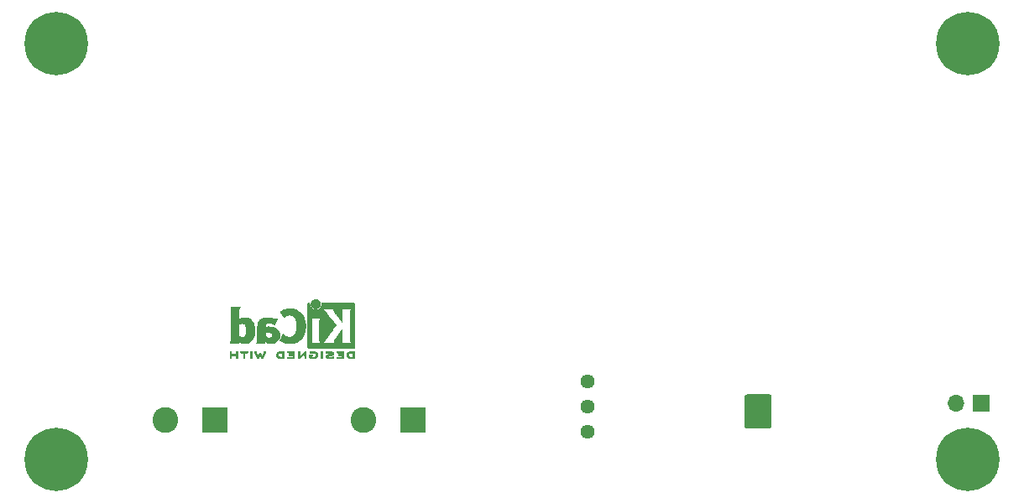
<source format=gbr>
G04 #@! TF.GenerationSoftware,KiCad,Pcbnew,(5.1.0-386-g9f189ca71)*
G04 #@! TF.CreationDate,2019-05-02T08:15:31+02:00*
G04 #@! TF.ProjectId,sepic,73657069-632e-46b6-9963-61645f706362,rev?*
G04 #@! TF.SameCoordinates,Original*
G04 #@! TF.FileFunction,Soldermask,Bot*
G04 #@! TF.FilePolarity,Negative*
%FSLAX46Y46*%
G04 Gerber Fmt 4.6, Leading zero omitted, Abs format (unit mm)*
G04 Created by KiCad (PCBNEW (5.1.0-386-g9f189ca71)) date 2019-05-02 08:15:31*
%MOMM*%
%LPD*%
G04 APERTURE LIST*
%ADD10C,0.010000*%
%ADD11C,2.600000*%
%ADD12R,2.600000X2.600000*%
%ADD13C,6.400000*%
%ADD14C,1.440000*%
%ADD15O,1.700000X1.700000*%
%ADD16R,1.700000X1.700000*%
%ADD17C,0.150000*%
%ADD18C,2.750000*%
G04 APERTURE END LIST*
D10*
G36*
X167746400Y-92289054D02*
G01*
X167735535Y-92402993D01*
X167703918Y-92510616D01*
X167653015Y-92609615D01*
X167584293Y-92697684D01*
X167499219Y-92772516D01*
X167402232Y-92830384D01*
X167295964Y-92870005D01*
X167188950Y-92888573D01*
X167083300Y-92887434D01*
X166981125Y-92867930D01*
X166884534Y-92831406D01*
X166795638Y-92779205D01*
X166716546Y-92712673D01*
X166649369Y-92633152D01*
X166596217Y-92541987D01*
X166559199Y-92440523D01*
X166540427Y-92330102D01*
X166538489Y-92280206D01*
X166538489Y-92192267D01*
X166486560Y-92192267D01*
X166450253Y-92195111D01*
X166423355Y-92206911D01*
X166396249Y-92230649D01*
X166357867Y-92269031D01*
X166357867Y-94460602D01*
X166357876Y-94722739D01*
X166357908Y-94963241D01*
X166357972Y-95183048D01*
X166358076Y-95383101D01*
X166358227Y-95564344D01*
X166358434Y-95727716D01*
X166358706Y-95874160D01*
X166359050Y-96004617D01*
X166359474Y-96120029D01*
X166359987Y-96221338D01*
X166360597Y-96309484D01*
X166361312Y-96385410D01*
X166362140Y-96450057D01*
X166363089Y-96504367D01*
X166364167Y-96549280D01*
X166365383Y-96585740D01*
X166366745Y-96614687D01*
X166368261Y-96637063D01*
X166369938Y-96653809D01*
X166371786Y-96665868D01*
X166373813Y-96674180D01*
X166376025Y-96679687D01*
X166377108Y-96681537D01*
X166381271Y-96688549D01*
X166384805Y-96694996D01*
X166388635Y-96700900D01*
X166393682Y-96706286D01*
X166400871Y-96711178D01*
X166411123Y-96715598D01*
X166425364Y-96719572D01*
X166444514Y-96723121D01*
X166469499Y-96726270D01*
X166501240Y-96729042D01*
X166540662Y-96731461D01*
X166588686Y-96733551D01*
X166646237Y-96735335D01*
X166714237Y-96736837D01*
X166793610Y-96738080D01*
X166885279Y-96739089D01*
X166990166Y-96739885D01*
X167109196Y-96740494D01*
X167243290Y-96740939D01*
X167393373Y-96741243D01*
X167560367Y-96741430D01*
X167745196Y-96741524D01*
X167948783Y-96741548D01*
X168172050Y-96741525D01*
X168415922Y-96741480D01*
X168681321Y-96741437D01*
X168719704Y-96741432D01*
X168986682Y-96741389D01*
X169232002Y-96741318D01*
X169456583Y-96741213D01*
X169661345Y-96741066D01*
X169847206Y-96740869D01*
X170015088Y-96740616D01*
X170165908Y-96740300D01*
X170300587Y-96739913D01*
X170420044Y-96739447D01*
X170525199Y-96738897D01*
X170616971Y-96738253D01*
X170696279Y-96737511D01*
X170764043Y-96736661D01*
X170821182Y-96735697D01*
X170868617Y-96734611D01*
X170907266Y-96733397D01*
X170938049Y-96732047D01*
X170961885Y-96730555D01*
X170979694Y-96728911D01*
X170992395Y-96727111D01*
X171000908Y-96725145D01*
X171005266Y-96723477D01*
X171013728Y-96719906D01*
X171021497Y-96717270D01*
X171028602Y-96714634D01*
X171035073Y-96711062D01*
X171040939Y-96705621D01*
X171046229Y-96697375D01*
X171050974Y-96685390D01*
X171055202Y-96668731D01*
X171058943Y-96646463D01*
X171062227Y-96617652D01*
X171065083Y-96581363D01*
X171067540Y-96536661D01*
X171069629Y-96482611D01*
X171071378Y-96418279D01*
X171072817Y-96342730D01*
X171073976Y-96255030D01*
X171074883Y-96154243D01*
X171075569Y-96039434D01*
X171076063Y-95909670D01*
X171076395Y-95764015D01*
X171076593Y-95601535D01*
X171076687Y-95421295D01*
X171076708Y-95222360D01*
X171076685Y-95003796D01*
X171076646Y-94764668D01*
X171076622Y-94504040D01*
X171076622Y-94461889D01*
X171076636Y-94198992D01*
X171076661Y-93957732D01*
X171076671Y-93737165D01*
X171076642Y-93536352D01*
X171076548Y-93354349D01*
X171076362Y-93190216D01*
X171076059Y-93043011D01*
X171075614Y-92911792D01*
X171075034Y-92801867D01*
X170772197Y-92801867D01*
X170732407Y-92859711D01*
X170721236Y-92875479D01*
X170711166Y-92889441D01*
X170702138Y-92902784D01*
X170694097Y-92916693D01*
X170686986Y-92932356D01*
X170680747Y-92950958D01*
X170675325Y-92973686D01*
X170670662Y-93001727D01*
X170666701Y-93036267D01*
X170663385Y-93078492D01*
X170660659Y-93129589D01*
X170658464Y-93190744D01*
X170656745Y-93263144D01*
X170655444Y-93347975D01*
X170654505Y-93446422D01*
X170653870Y-93559674D01*
X170653484Y-93688916D01*
X170653288Y-93835334D01*
X170653227Y-94000116D01*
X170653243Y-94184447D01*
X170653280Y-94389513D01*
X170653289Y-94512133D01*
X170653265Y-94729082D01*
X170653231Y-94924642D01*
X170653243Y-95099999D01*
X170653358Y-95256341D01*
X170653630Y-95394857D01*
X170654118Y-95516734D01*
X170654876Y-95623160D01*
X170655962Y-95715322D01*
X170657431Y-95794409D01*
X170659340Y-95861608D01*
X170661744Y-95918107D01*
X170664701Y-95965093D01*
X170668266Y-96003755D01*
X170672495Y-96035280D01*
X170677446Y-96060855D01*
X170683173Y-96081670D01*
X170689733Y-96098911D01*
X170697183Y-96113765D01*
X170705579Y-96127422D01*
X170714976Y-96141069D01*
X170725432Y-96155893D01*
X170731523Y-96164783D01*
X170770296Y-96222400D01*
X170238732Y-96222400D01*
X170115483Y-96222365D01*
X170012987Y-96222215D01*
X169929420Y-96221878D01*
X169862956Y-96221286D01*
X169811771Y-96220367D01*
X169774041Y-96219051D01*
X169747940Y-96217269D01*
X169731644Y-96214951D01*
X169723328Y-96212026D01*
X169721168Y-96208424D01*
X169723339Y-96204075D01*
X169724535Y-96202645D01*
X169749685Y-96165573D01*
X169775583Y-96112772D01*
X169799192Y-96050770D01*
X169807461Y-96024357D01*
X169812078Y-96006416D01*
X169815979Y-95985355D01*
X169819248Y-95959089D01*
X169821966Y-95925532D01*
X169824215Y-95882599D01*
X169826077Y-95828204D01*
X169827636Y-95760262D01*
X169828972Y-95676688D01*
X169830169Y-95575395D01*
X169831308Y-95454300D01*
X169831685Y-95409600D01*
X169832702Y-95284449D01*
X169833460Y-95180082D01*
X169833903Y-95094707D01*
X169833970Y-95026533D01*
X169833605Y-94973765D01*
X169832748Y-94934614D01*
X169831341Y-94907285D01*
X169829325Y-94889986D01*
X169826643Y-94880926D01*
X169823236Y-94878312D01*
X169819044Y-94880351D01*
X169814571Y-94884667D01*
X169804216Y-94897602D01*
X169782158Y-94926676D01*
X169749957Y-94969759D01*
X169709174Y-95024718D01*
X169661370Y-95089423D01*
X169608105Y-95161742D01*
X169550940Y-95239544D01*
X169491437Y-95320698D01*
X169431155Y-95403072D01*
X169371655Y-95484536D01*
X169314498Y-95562957D01*
X169261245Y-95636204D01*
X169213457Y-95702147D01*
X169172693Y-95758654D01*
X169140516Y-95803593D01*
X169118485Y-95834834D01*
X169113917Y-95841466D01*
X169090996Y-95878369D01*
X169064188Y-95926359D01*
X169038789Y-95975897D01*
X169035568Y-95982577D01*
X169013890Y-96030772D01*
X169001304Y-96068334D01*
X168995574Y-96104160D01*
X168994456Y-96146200D01*
X168995090Y-96222400D01*
X167840651Y-96222400D01*
X167931815Y-96128669D01*
X167978612Y-96078775D01*
X168028899Y-96022295D01*
X168074944Y-95968026D01*
X168095369Y-95942673D01*
X168125807Y-95903128D01*
X168165862Y-95849916D01*
X168214361Y-95784667D01*
X168270135Y-95709011D01*
X168332011Y-95624577D01*
X168398819Y-95532994D01*
X168469387Y-95435892D01*
X168542545Y-95334901D01*
X168617121Y-95231650D01*
X168691944Y-95127768D01*
X168765843Y-95024885D01*
X168837646Y-94924631D01*
X168906184Y-94828636D01*
X168970284Y-94738527D01*
X169028775Y-94655936D01*
X169080486Y-94582492D01*
X169124247Y-94519824D01*
X169158885Y-94469561D01*
X169183230Y-94433334D01*
X169196111Y-94412771D01*
X169197869Y-94408668D01*
X169189910Y-94397342D01*
X169169115Y-94370162D01*
X169136847Y-94328829D01*
X169094470Y-94275044D01*
X169043347Y-94210506D01*
X168984841Y-94136918D01*
X168920314Y-94055978D01*
X168851131Y-93969388D01*
X168778653Y-93878848D01*
X168704246Y-93786060D01*
X168644517Y-93711702D01*
X167633511Y-93711702D01*
X167627602Y-93724659D01*
X167613272Y-93746908D01*
X167612225Y-93748391D01*
X167593438Y-93778544D01*
X167573791Y-93815375D01*
X167569892Y-93823511D01*
X167566356Y-93831940D01*
X167563230Y-93842059D01*
X167560486Y-93855260D01*
X167558092Y-93872938D01*
X167556019Y-93896484D01*
X167554235Y-93927293D01*
X167552712Y-93966757D01*
X167551419Y-94016269D01*
X167550326Y-94077223D01*
X167549403Y-94151011D01*
X167548619Y-94239028D01*
X167547945Y-94342665D01*
X167547350Y-94463316D01*
X167546805Y-94602374D01*
X167546279Y-94761232D01*
X167545745Y-94940089D01*
X167545206Y-95125207D01*
X167544772Y-95289145D01*
X167544509Y-95433303D01*
X167544484Y-95559079D01*
X167544765Y-95667871D01*
X167545419Y-95761077D01*
X167546514Y-95840097D01*
X167548118Y-95906328D01*
X167550297Y-95961170D01*
X167553119Y-96006021D01*
X167556651Y-96042278D01*
X167560961Y-96071341D01*
X167566117Y-96094609D01*
X167572185Y-96113479D01*
X167579233Y-96129351D01*
X167587329Y-96143622D01*
X167596540Y-96157691D01*
X167605040Y-96170158D01*
X167622176Y-96196452D01*
X167632322Y-96214037D01*
X167633511Y-96217257D01*
X167622604Y-96218334D01*
X167591411Y-96219335D01*
X167542223Y-96220235D01*
X167477333Y-96221010D01*
X167399030Y-96221637D01*
X167309607Y-96222091D01*
X167211356Y-96222349D01*
X167142445Y-96222400D01*
X167037452Y-96222180D01*
X166940610Y-96221548D01*
X166854107Y-96220549D01*
X166780132Y-96219227D01*
X166720874Y-96217626D01*
X166678520Y-96215791D01*
X166655260Y-96213765D01*
X166651378Y-96212493D01*
X166659076Y-96197591D01*
X166667074Y-96189560D01*
X166680246Y-96172434D01*
X166697485Y-96142183D01*
X166709407Y-96117622D01*
X166736045Y-96058711D01*
X166739120Y-94881845D01*
X166742195Y-93704978D01*
X167187853Y-93704978D01*
X167285670Y-93705142D01*
X167376064Y-93705611D01*
X167456630Y-93706347D01*
X167524962Y-93707316D01*
X167578656Y-93708480D01*
X167615305Y-93709803D01*
X167632504Y-93711249D01*
X167633511Y-93711702D01*
X168644517Y-93711702D01*
X168629270Y-93692722D01*
X168555090Y-93600537D01*
X168483069Y-93511204D01*
X168414569Y-93426424D01*
X168350955Y-93347898D01*
X168293588Y-93277326D01*
X168243833Y-93216409D01*
X168203052Y-93166847D01*
X168185888Y-93146178D01*
X168099596Y-93045516D01*
X168022997Y-92962259D01*
X167954183Y-92894438D01*
X167891248Y-92840089D01*
X167881867Y-92832722D01*
X167842356Y-92802117D01*
X168974116Y-92801867D01*
X168968827Y-92849844D01*
X168972130Y-92907188D01*
X168993661Y-92975463D01*
X169033635Y-93055212D01*
X169078943Y-93127495D01*
X169095161Y-93150140D01*
X169123214Y-93187696D01*
X169161430Y-93238021D01*
X169208137Y-93298973D01*
X169261661Y-93368411D01*
X169320331Y-93444194D01*
X169382475Y-93524180D01*
X169446421Y-93606228D01*
X169510495Y-93688196D01*
X169573027Y-93767943D01*
X169632343Y-93843327D01*
X169686771Y-93912207D01*
X169734639Y-93972442D01*
X169774275Y-94021889D01*
X169804006Y-94058408D01*
X169822161Y-94079858D01*
X169825220Y-94083156D01*
X169828079Y-94075149D01*
X169830293Y-94044855D01*
X169831857Y-93992556D01*
X169832767Y-93918531D01*
X169833020Y-93823063D01*
X169832613Y-93706434D01*
X169831704Y-93586445D01*
X169830382Y-93454333D01*
X169828857Y-93342594D01*
X169826881Y-93249025D01*
X169824206Y-93171419D01*
X169820582Y-93107574D01*
X169815761Y-93055283D01*
X169809494Y-93012344D01*
X169801532Y-92976551D01*
X169791627Y-92945700D01*
X169779531Y-92917586D01*
X169764993Y-92890005D01*
X169750311Y-92864966D01*
X169712314Y-92801867D01*
X170772197Y-92801867D01*
X171075034Y-92801867D01*
X171075001Y-92795617D01*
X171074195Y-92693544D01*
X171073170Y-92604633D01*
X171071900Y-92527941D01*
X171070360Y-92462527D01*
X171068524Y-92407449D01*
X171066367Y-92361765D01*
X171063863Y-92324534D01*
X171060987Y-92294813D01*
X171057713Y-92271662D01*
X171054015Y-92254139D01*
X171049869Y-92241301D01*
X171045247Y-92232208D01*
X171040126Y-92225918D01*
X171034478Y-92221488D01*
X171028279Y-92217978D01*
X171021504Y-92214445D01*
X171015508Y-92210876D01*
X171010275Y-92208300D01*
X171002099Y-92205972D01*
X170989886Y-92203878D01*
X170972541Y-92202007D01*
X170948969Y-92200347D01*
X170918077Y-92198884D01*
X170878768Y-92197608D01*
X170829950Y-92196504D01*
X170770527Y-92195561D01*
X170699404Y-92194767D01*
X170615488Y-92194109D01*
X170517683Y-92193575D01*
X170404894Y-92193153D01*
X170276029Y-92192829D01*
X170129991Y-92192592D01*
X169965686Y-92192430D01*
X169782020Y-92192330D01*
X169577897Y-92192280D01*
X169366753Y-92192267D01*
X167746400Y-92192267D01*
X167746400Y-92289054D01*
X167746400Y-92289054D01*
G37*
X167746400Y-92289054D02*
X167735535Y-92402993D01*
X167703918Y-92510616D01*
X167653015Y-92609615D01*
X167584293Y-92697684D01*
X167499219Y-92772516D01*
X167402232Y-92830384D01*
X167295964Y-92870005D01*
X167188950Y-92888573D01*
X167083300Y-92887434D01*
X166981125Y-92867930D01*
X166884534Y-92831406D01*
X166795638Y-92779205D01*
X166716546Y-92712673D01*
X166649369Y-92633152D01*
X166596217Y-92541987D01*
X166559199Y-92440523D01*
X166540427Y-92330102D01*
X166538489Y-92280206D01*
X166538489Y-92192267D01*
X166486560Y-92192267D01*
X166450253Y-92195111D01*
X166423355Y-92206911D01*
X166396249Y-92230649D01*
X166357867Y-92269031D01*
X166357867Y-94460602D01*
X166357876Y-94722739D01*
X166357908Y-94963241D01*
X166357972Y-95183048D01*
X166358076Y-95383101D01*
X166358227Y-95564344D01*
X166358434Y-95727716D01*
X166358706Y-95874160D01*
X166359050Y-96004617D01*
X166359474Y-96120029D01*
X166359987Y-96221338D01*
X166360597Y-96309484D01*
X166361312Y-96385410D01*
X166362140Y-96450057D01*
X166363089Y-96504367D01*
X166364167Y-96549280D01*
X166365383Y-96585740D01*
X166366745Y-96614687D01*
X166368261Y-96637063D01*
X166369938Y-96653809D01*
X166371786Y-96665868D01*
X166373813Y-96674180D01*
X166376025Y-96679687D01*
X166377108Y-96681537D01*
X166381271Y-96688549D01*
X166384805Y-96694996D01*
X166388635Y-96700900D01*
X166393682Y-96706286D01*
X166400871Y-96711178D01*
X166411123Y-96715598D01*
X166425364Y-96719572D01*
X166444514Y-96723121D01*
X166469499Y-96726270D01*
X166501240Y-96729042D01*
X166540662Y-96731461D01*
X166588686Y-96733551D01*
X166646237Y-96735335D01*
X166714237Y-96736837D01*
X166793610Y-96738080D01*
X166885279Y-96739089D01*
X166990166Y-96739885D01*
X167109196Y-96740494D01*
X167243290Y-96740939D01*
X167393373Y-96741243D01*
X167560367Y-96741430D01*
X167745196Y-96741524D01*
X167948783Y-96741548D01*
X168172050Y-96741525D01*
X168415922Y-96741480D01*
X168681321Y-96741437D01*
X168719704Y-96741432D01*
X168986682Y-96741389D01*
X169232002Y-96741318D01*
X169456583Y-96741213D01*
X169661345Y-96741066D01*
X169847206Y-96740869D01*
X170015088Y-96740616D01*
X170165908Y-96740300D01*
X170300587Y-96739913D01*
X170420044Y-96739447D01*
X170525199Y-96738897D01*
X170616971Y-96738253D01*
X170696279Y-96737511D01*
X170764043Y-96736661D01*
X170821182Y-96735697D01*
X170868617Y-96734611D01*
X170907266Y-96733397D01*
X170938049Y-96732047D01*
X170961885Y-96730555D01*
X170979694Y-96728911D01*
X170992395Y-96727111D01*
X171000908Y-96725145D01*
X171005266Y-96723477D01*
X171013728Y-96719906D01*
X171021497Y-96717270D01*
X171028602Y-96714634D01*
X171035073Y-96711062D01*
X171040939Y-96705621D01*
X171046229Y-96697375D01*
X171050974Y-96685390D01*
X171055202Y-96668731D01*
X171058943Y-96646463D01*
X171062227Y-96617652D01*
X171065083Y-96581363D01*
X171067540Y-96536661D01*
X171069629Y-96482611D01*
X171071378Y-96418279D01*
X171072817Y-96342730D01*
X171073976Y-96255030D01*
X171074883Y-96154243D01*
X171075569Y-96039434D01*
X171076063Y-95909670D01*
X171076395Y-95764015D01*
X171076593Y-95601535D01*
X171076687Y-95421295D01*
X171076708Y-95222360D01*
X171076685Y-95003796D01*
X171076646Y-94764668D01*
X171076622Y-94504040D01*
X171076622Y-94461889D01*
X171076636Y-94198992D01*
X171076661Y-93957732D01*
X171076671Y-93737165D01*
X171076642Y-93536352D01*
X171076548Y-93354349D01*
X171076362Y-93190216D01*
X171076059Y-93043011D01*
X171075614Y-92911792D01*
X171075034Y-92801867D01*
X170772197Y-92801867D01*
X170732407Y-92859711D01*
X170721236Y-92875479D01*
X170711166Y-92889441D01*
X170702138Y-92902784D01*
X170694097Y-92916693D01*
X170686986Y-92932356D01*
X170680747Y-92950958D01*
X170675325Y-92973686D01*
X170670662Y-93001727D01*
X170666701Y-93036267D01*
X170663385Y-93078492D01*
X170660659Y-93129589D01*
X170658464Y-93190744D01*
X170656745Y-93263144D01*
X170655444Y-93347975D01*
X170654505Y-93446422D01*
X170653870Y-93559674D01*
X170653484Y-93688916D01*
X170653288Y-93835334D01*
X170653227Y-94000116D01*
X170653243Y-94184447D01*
X170653280Y-94389513D01*
X170653289Y-94512133D01*
X170653265Y-94729082D01*
X170653231Y-94924642D01*
X170653243Y-95099999D01*
X170653358Y-95256341D01*
X170653630Y-95394857D01*
X170654118Y-95516734D01*
X170654876Y-95623160D01*
X170655962Y-95715322D01*
X170657431Y-95794409D01*
X170659340Y-95861608D01*
X170661744Y-95918107D01*
X170664701Y-95965093D01*
X170668266Y-96003755D01*
X170672495Y-96035280D01*
X170677446Y-96060855D01*
X170683173Y-96081670D01*
X170689733Y-96098911D01*
X170697183Y-96113765D01*
X170705579Y-96127422D01*
X170714976Y-96141069D01*
X170725432Y-96155893D01*
X170731523Y-96164783D01*
X170770296Y-96222400D01*
X170238732Y-96222400D01*
X170115483Y-96222365D01*
X170012987Y-96222215D01*
X169929420Y-96221878D01*
X169862956Y-96221286D01*
X169811771Y-96220367D01*
X169774041Y-96219051D01*
X169747940Y-96217269D01*
X169731644Y-96214951D01*
X169723328Y-96212026D01*
X169721168Y-96208424D01*
X169723339Y-96204075D01*
X169724535Y-96202645D01*
X169749685Y-96165573D01*
X169775583Y-96112772D01*
X169799192Y-96050770D01*
X169807461Y-96024357D01*
X169812078Y-96006416D01*
X169815979Y-95985355D01*
X169819248Y-95959089D01*
X169821966Y-95925532D01*
X169824215Y-95882599D01*
X169826077Y-95828204D01*
X169827636Y-95760262D01*
X169828972Y-95676688D01*
X169830169Y-95575395D01*
X169831308Y-95454300D01*
X169831685Y-95409600D01*
X169832702Y-95284449D01*
X169833460Y-95180082D01*
X169833903Y-95094707D01*
X169833970Y-95026533D01*
X169833605Y-94973765D01*
X169832748Y-94934614D01*
X169831341Y-94907285D01*
X169829325Y-94889986D01*
X169826643Y-94880926D01*
X169823236Y-94878312D01*
X169819044Y-94880351D01*
X169814571Y-94884667D01*
X169804216Y-94897602D01*
X169782158Y-94926676D01*
X169749957Y-94969759D01*
X169709174Y-95024718D01*
X169661370Y-95089423D01*
X169608105Y-95161742D01*
X169550940Y-95239544D01*
X169491437Y-95320698D01*
X169431155Y-95403072D01*
X169371655Y-95484536D01*
X169314498Y-95562957D01*
X169261245Y-95636204D01*
X169213457Y-95702147D01*
X169172693Y-95758654D01*
X169140516Y-95803593D01*
X169118485Y-95834834D01*
X169113917Y-95841466D01*
X169090996Y-95878369D01*
X169064188Y-95926359D01*
X169038789Y-95975897D01*
X169035568Y-95982577D01*
X169013890Y-96030772D01*
X169001304Y-96068334D01*
X168995574Y-96104160D01*
X168994456Y-96146200D01*
X168995090Y-96222400D01*
X167840651Y-96222400D01*
X167931815Y-96128669D01*
X167978612Y-96078775D01*
X168028899Y-96022295D01*
X168074944Y-95968026D01*
X168095369Y-95942673D01*
X168125807Y-95903128D01*
X168165862Y-95849916D01*
X168214361Y-95784667D01*
X168270135Y-95709011D01*
X168332011Y-95624577D01*
X168398819Y-95532994D01*
X168469387Y-95435892D01*
X168542545Y-95334901D01*
X168617121Y-95231650D01*
X168691944Y-95127768D01*
X168765843Y-95024885D01*
X168837646Y-94924631D01*
X168906184Y-94828636D01*
X168970284Y-94738527D01*
X169028775Y-94655936D01*
X169080486Y-94582492D01*
X169124247Y-94519824D01*
X169158885Y-94469561D01*
X169183230Y-94433334D01*
X169196111Y-94412771D01*
X169197869Y-94408668D01*
X169189910Y-94397342D01*
X169169115Y-94370162D01*
X169136847Y-94328829D01*
X169094470Y-94275044D01*
X169043347Y-94210506D01*
X168984841Y-94136918D01*
X168920314Y-94055978D01*
X168851131Y-93969388D01*
X168778653Y-93878848D01*
X168704246Y-93786060D01*
X168644517Y-93711702D01*
X167633511Y-93711702D01*
X167627602Y-93724659D01*
X167613272Y-93746908D01*
X167612225Y-93748391D01*
X167593438Y-93778544D01*
X167573791Y-93815375D01*
X167569892Y-93823511D01*
X167566356Y-93831940D01*
X167563230Y-93842059D01*
X167560486Y-93855260D01*
X167558092Y-93872938D01*
X167556019Y-93896484D01*
X167554235Y-93927293D01*
X167552712Y-93966757D01*
X167551419Y-94016269D01*
X167550326Y-94077223D01*
X167549403Y-94151011D01*
X167548619Y-94239028D01*
X167547945Y-94342665D01*
X167547350Y-94463316D01*
X167546805Y-94602374D01*
X167546279Y-94761232D01*
X167545745Y-94940089D01*
X167545206Y-95125207D01*
X167544772Y-95289145D01*
X167544509Y-95433303D01*
X167544484Y-95559079D01*
X167544765Y-95667871D01*
X167545419Y-95761077D01*
X167546514Y-95840097D01*
X167548118Y-95906328D01*
X167550297Y-95961170D01*
X167553119Y-96006021D01*
X167556651Y-96042278D01*
X167560961Y-96071341D01*
X167566117Y-96094609D01*
X167572185Y-96113479D01*
X167579233Y-96129351D01*
X167587329Y-96143622D01*
X167596540Y-96157691D01*
X167605040Y-96170158D01*
X167622176Y-96196452D01*
X167632322Y-96214037D01*
X167633511Y-96217257D01*
X167622604Y-96218334D01*
X167591411Y-96219335D01*
X167542223Y-96220235D01*
X167477333Y-96221010D01*
X167399030Y-96221637D01*
X167309607Y-96222091D01*
X167211356Y-96222349D01*
X167142445Y-96222400D01*
X167037452Y-96222180D01*
X166940610Y-96221548D01*
X166854107Y-96220549D01*
X166780132Y-96219227D01*
X166720874Y-96217626D01*
X166678520Y-96215791D01*
X166655260Y-96213765D01*
X166651378Y-96212493D01*
X166659076Y-96197591D01*
X166667074Y-96189560D01*
X166680246Y-96172434D01*
X166697485Y-96142183D01*
X166709407Y-96117622D01*
X166736045Y-96058711D01*
X166739120Y-94881845D01*
X166742195Y-93704978D01*
X167187853Y-93704978D01*
X167285670Y-93705142D01*
X167376064Y-93705611D01*
X167456630Y-93706347D01*
X167524962Y-93707316D01*
X167578656Y-93708480D01*
X167615305Y-93709803D01*
X167632504Y-93711249D01*
X167633511Y-93711702D01*
X168644517Y-93711702D01*
X168629270Y-93692722D01*
X168555090Y-93600537D01*
X168483069Y-93511204D01*
X168414569Y-93426424D01*
X168350955Y-93347898D01*
X168293588Y-93277326D01*
X168243833Y-93216409D01*
X168203052Y-93166847D01*
X168185888Y-93146178D01*
X168099596Y-93045516D01*
X168022997Y-92962259D01*
X167954183Y-92894438D01*
X167891248Y-92840089D01*
X167881867Y-92832722D01*
X167842356Y-92802117D01*
X168974116Y-92801867D01*
X168968827Y-92849844D01*
X168972130Y-92907188D01*
X168993661Y-92975463D01*
X169033635Y-93055212D01*
X169078943Y-93127495D01*
X169095161Y-93150140D01*
X169123214Y-93187696D01*
X169161430Y-93238021D01*
X169208137Y-93298973D01*
X169261661Y-93368411D01*
X169320331Y-93444194D01*
X169382475Y-93524180D01*
X169446421Y-93606228D01*
X169510495Y-93688196D01*
X169573027Y-93767943D01*
X169632343Y-93843327D01*
X169686771Y-93912207D01*
X169734639Y-93972442D01*
X169774275Y-94021889D01*
X169804006Y-94058408D01*
X169822161Y-94079858D01*
X169825220Y-94083156D01*
X169828079Y-94075149D01*
X169830293Y-94044855D01*
X169831857Y-93992556D01*
X169832767Y-93918531D01*
X169833020Y-93823063D01*
X169832613Y-93706434D01*
X169831704Y-93586445D01*
X169830382Y-93454333D01*
X169828857Y-93342594D01*
X169826881Y-93249025D01*
X169824206Y-93171419D01*
X169820582Y-93107574D01*
X169815761Y-93055283D01*
X169809494Y-93012344D01*
X169801532Y-92976551D01*
X169791627Y-92945700D01*
X169779531Y-92917586D01*
X169764993Y-92890005D01*
X169750311Y-92864966D01*
X169712314Y-92801867D01*
X170772197Y-92801867D01*
X171075034Y-92801867D01*
X171075001Y-92795617D01*
X171074195Y-92693544D01*
X171073170Y-92604633D01*
X171071900Y-92527941D01*
X171070360Y-92462527D01*
X171068524Y-92407449D01*
X171066367Y-92361765D01*
X171063863Y-92324534D01*
X171060987Y-92294813D01*
X171057713Y-92271662D01*
X171054015Y-92254139D01*
X171049869Y-92241301D01*
X171045247Y-92232208D01*
X171040126Y-92225918D01*
X171034478Y-92221488D01*
X171028279Y-92217978D01*
X171021504Y-92214445D01*
X171015508Y-92210876D01*
X171010275Y-92208300D01*
X171002099Y-92205972D01*
X170989886Y-92203878D01*
X170972541Y-92202007D01*
X170948969Y-92200347D01*
X170918077Y-92198884D01*
X170878768Y-92197608D01*
X170829950Y-92196504D01*
X170770527Y-92195561D01*
X170699404Y-92194767D01*
X170615488Y-92194109D01*
X170517683Y-92193575D01*
X170404894Y-92193153D01*
X170276029Y-92192829D01*
X170129991Y-92192592D01*
X169965686Y-92192430D01*
X169782020Y-92192330D01*
X169577897Y-92192280D01*
X169366753Y-92192267D01*
X167746400Y-92192267D01*
X167746400Y-92289054D01*
G36*
X164471571Y-92749071D02*
G01*
X164311430Y-92770245D01*
X164147490Y-92810385D01*
X163977687Y-92869889D01*
X163799957Y-92949154D01*
X163788690Y-92954699D01*
X163730995Y-92982725D01*
X163679448Y-93006802D01*
X163637809Y-93025249D01*
X163609838Y-93036386D01*
X163600267Y-93038933D01*
X163581050Y-93043941D01*
X163576439Y-93048147D01*
X163581542Y-93058580D01*
X163597582Y-93084868D01*
X163622712Y-93124257D01*
X163655086Y-93173991D01*
X163692857Y-93231315D01*
X163734178Y-93293476D01*
X163777202Y-93357718D01*
X163820083Y-93421285D01*
X163860974Y-93481425D01*
X163898029Y-93535380D01*
X163929400Y-93580397D01*
X163953241Y-93613721D01*
X163967706Y-93632597D01*
X163969691Y-93634787D01*
X163979809Y-93630138D01*
X164002150Y-93612962D01*
X164032720Y-93586440D01*
X164048464Y-93571964D01*
X164144953Y-93496682D01*
X164251664Y-93441241D01*
X164367168Y-93406141D01*
X164490038Y-93391880D01*
X164559439Y-93393051D01*
X164680577Y-93410212D01*
X164789795Y-93446094D01*
X164887418Y-93500959D01*
X164973772Y-93575070D01*
X165049185Y-93668688D01*
X165113982Y-93782076D01*
X165151399Y-93868667D01*
X165195252Y-94004366D01*
X165227572Y-94151850D01*
X165248443Y-94307314D01*
X165257949Y-94466956D01*
X165256173Y-94626973D01*
X165243197Y-94783561D01*
X165219106Y-94932918D01*
X165183982Y-95071240D01*
X165137908Y-95194724D01*
X165121627Y-95228978D01*
X165053380Y-95343064D01*
X164972921Y-95439557D01*
X164881430Y-95517670D01*
X164780089Y-95576617D01*
X164670080Y-95615612D01*
X164552585Y-95633868D01*
X164511117Y-95635211D01*
X164389559Y-95624290D01*
X164269122Y-95591474D01*
X164151334Y-95537439D01*
X164037723Y-95462865D01*
X163946315Y-95384539D01*
X163899785Y-95340008D01*
X163718517Y-95637271D01*
X163673420Y-95711433D01*
X163632181Y-95779646D01*
X163596265Y-95839459D01*
X163567134Y-95888420D01*
X163546250Y-95924079D01*
X163535076Y-95943984D01*
X163533625Y-95947079D01*
X163541854Y-95956718D01*
X163567433Y-95973999D01*
X163607127Y-95997283D01*
X163657703Y-96024934D01*
X163715926Y-96055315D01*
X163778563Y-96086790D01*
X163842379Y-96117722D01*
X163904140Y-96146473D01*
X163960612Y-96171408D01*
X164008562Y-96190889D01*
X164032014Y-96199318D01*
X164165779Y-96237133D01*
X164303673Y-96262136D01*
X164451378Y-96275140D01*
X164578167Y-96277468D01*
X164646122Y-96276373D01*
X164711723Y-96274275D01*
X164769153Y-96271434D01*
X164812597Y-96268106D01*
X164826702Y-96266422D01*
X164965716Y-96237587D01*
X165107243Y-96192468D01*
X165244725Y-96133750D01*
X165371606Y-96064120D01*
X165449111Y-96011441D01*
X165576519Y-95903239D01*
X165694822Y-95776671D01*
X165801828Y-95634866D01*
X165895348Y-95480951D01*
X165973190Y-95318053D01*
X166017044Y-95200756D01*
X166067292Y-95017128D01*
X166100791Y-94822581D01*
X166117551Y-94621325D01*
X166117584Y-94417568D01*
X166100899Y-94215521D01*
X166067507Y-94019392D01*
X166017420Y-93833391D01*
X166013603Y-93821803D01*
X165950719Y-93659750D01*
X165873972Y-93511832D01*
X165780758Y-93373865D01*
X165668473Y-93241661D01*
X165624608Y-93196399D01*
X165488466Y-93072457D01*
X165348509Y-92969915D01*
X165202589Y-92887656D01*
X165048558Y-92824564D01*
X164884268Y-92779523D01*
X164788711Y-92762033D01*
X164629977Y-92746466D01*
X164471571Y-92749071D01*
X164471571Y-92749071D01*
G37*
X164471571Y-92749071D02*
X164311430Y-92770245D01*
X164147490Y-92810385D01*
X163977687Y-92869889D01*
X163799957Y-92949154D01*
X163788690Y-92954699D01*
X163730995Y-92982725D01*
X163679448Y-93006802D01*
X163637809Y-93025249D01*
X163609838Y-93036386D01*
X163600267Y-93038933D01*
X163581050Y-93043941D01*
X163576439Y-93048147D01*
X163581542Y-93058580D01*
X163597582Y-93084868D01*
X163622712Y-93124257D01*
X163655086Y-93173991D01*
X163692857Y-93231315D01*
X163734178Y-93293476D01*
X163777202Y-93357718D01*
X163820083Y-93421285D01*
X163860974Y-93481425D01*
X163898029Y-93535380D01*
X163929400Y-93580397D01*
X163953241Y-93613721D01*
X163967706Y-93632597D01*
X163969691Y-93634787D01*
X163979809Y-93630138D01*
X164002150Y-93612962D01*
X164032720Y-93586440D01*
X164048464Y-93571964D01*
X164144953Y-93496682D01*
X164251664Y-93441241D01*
X164367168Y-93406141D01*
X164490038Y-93391880D01*
X164559439Y-93393051D01*
X164680577Y-93410212D01*
X164789795Y-93446094D01*
X164887418Y-93500959D01*
X164973772Y-93575070D01*
X165049185Y-93668688D01*
X165113982Y-93782076D01*
X165151399Y-93868667D01*
X165195252Y-94004366D01*
X165227572Y-94151850D01*
X165248443Y-94307314D01*
X165257949Y-94466956D01*
X165256173Y-94626973D01*
X165243197Y-94783561D01*
X165219106Y-94932918D01*
X165183982Y-95071240D01*
X165137908Y-95194724D01*
X165121627Y-95228978D01*
X165053380Y-95343064D01*
X164972921Y-95439557D01*
X164881430Y-95517670D01*
X164780089Y-95576617D01*
X164670080Y-95615612D01*
X164552585Y-95633868D01*
X164511117Y-95635211D01*
X164389559Y-95624290D01*
X164269122Y-95591474D01*
X164151334Y-95537439D01*
X164037723Y-95462865D01*
X163946315Y-95384539D01*
X163899785Y-95340008D01*
X163718517Y-95637271D01*
X163673420Y-95711433D01*
X163632181Y-95779646D01*
X163596265Y-95839459D01*
X163567134Y-95888420D01*
X163546250Y-95924079D01*
X163535076Y-95943984D01*
X163533625Y-95947079D01*
X163541854Y-95956718D01*
X163567433Y-95973999D01*
X163607127Y-95997283D01*
X163657703Y-96024934D01*
X163715926Y-96055315D01*
X163778563Y-96086790D01*
X163842379Y-96117722D01*
X163904140Y-96146473D01*
X163960612Y-96171408D01*
X164008562Y-96190889D01*
X164032014Y-96199318D01*
X164165779Y-96237133D01*
X164303673Y-96262136D01*
X164451378Y-96275140D01*
X164578167Y-96277468D01*
X164646122Y-96276373D01*
X164711723Y-96274275D01*
X164769153Y-96271434D01*
X164812597Y-96268106D01*
X164826702Y-96266422D01*
X164965716Y-96237587D01*
X165107243Y-96192468D01*
X165244725Y-96133750D01*
X165371606Y-96064120D01*
X165449111Y-96011441D01*
X165576519Y-95903239D01*
X165694822Y-95776671D01*
X165801828Y-95634866D01*
X165895348Y-95480951D01*
X165973190Y-95318053D01*
X166017044Y-95200756D01*
X166067292Y-95017128D01*
X166100791Y-94822581D01*
X166117551Y-94621325D01*
X166117584Y-94417568D01*
X166100899Y-94215521D01*
X166067507Y-94019392D01*
X166017420Y-93833391D01*
X166013603Y-93821803D01*
X165950719Y-93659750D01*
X165873972Y-93511832D01*
X165780758Y-93373865D01*
X165668473Y-93241661D01*
X165624608Y-93196399D01*
X165488466Y-93072457D01*
X165348509Y-92969915D01*
X165202589Y-92887656D01*
X165048558Y-92824564D01*
X164884268Y-92779523D01*
X164788711Y-92762033D01*
X164629977Y-92746466D01*
X164471571Y-92749071D01*
G36*
X162126426Y-93666552D02*
G01*
X161974508Y-93686567D01*
X161839244Y-93720202D01*
X161719761Y-93767725D01*
X161615185Y-93829405D01*
X161537576Y-93892965D01*
X161468735Y-93967099D01*
X161414994Y-94046871D01*
X161372090Y-94139091D01*
X161356616Y-94182161D01*
X161343756Y-94221142D01*
X161332554Y-94257289D01*
X161322880Y-94292434D01*
X161314604Y-94328410D01*
X161307597Y-94367050D01*
X161301728Y-94410185D01*
X161296869Y-94459649D01*
X161292890Y-94517273D01*
X161289660Y-94584891D01*
X161287051Y-94664334D01*
X161284933Y-94757436D01*
X161283176Y-94866027D01*
X161281651Y-94991942D01*
X161280228Y-95137012D01*
X161278975Y-95279778D01*
X161277649Y-95435968D01*
X161276444Y-95571239D01*
X161275234Y-95687246D01*
X161273894Y-95785645D01*
X161272300Y-95868093D01*
X161270325Y-95936246D01*
X161267844Y-95991760D01*
X161264731Y-96036292D01*
X161260862Y-96071498D01*
X161256111Y-96099034D01*
X161250352Y-96120556D01*
X161243461Y-96137722D01*
X161235311Y-96152186D01*
X161225777Y-96165606D01*
X161214734Y-96179638D01*
X161210434Y-96185071D01*
X161194614Y-96207910D01*
X161187578Y-96223463D01*
X161187556Y-96223922D01*
X161198433Y-96226121D01*
X161229418Y-96228147D01*
X161278043Y-96229942D01*
X161341837Y-96231451D01*
X161418331Y-96232616D01*
X161505056Y-96233380D01*
X161599543Y-96233686D01*
X161610450Y-96233689D01*
X162033343Y-96233689D01*
X162036605Y-96137622D01*
X162039867Y-96041556D01*
X162101956Y-96092543D01*
X162199286Y-96160057D01*
X162309187Y-96214749D01*
X162395651Y-96244978D01*
X162464722Y-96259666D01*
X162548075Y-96269659D01*
X162637841Y-96274646D01*
X162726155Y-96274313D01*
X162805149Y-96268351D01*
X162841378Y-96262638D01*
X162981397Y-96224776D01*
X163107822Y-96169932D01*
X163219740Y-96098924D01*
X163316238Y-96012568D01*
X163396400Y-95911679D01*
X163459313Y-95797076D01*
X163503688Y-95670984D01*
X163516022Y-95614401D01*
X163523632Y-95552202D01*
X163527261Y-95477363D01*
X163527755Y-95443467D01*
X163527690Y-95440282D01*
X162767752Y-95440282D01*
X162758459Y-95515333D01*
X162730272Y-95579160D01*
X162681803Y-95634798D01*
X162676746Y-95639211D01*
X162628452Y-95674037D01*
X162576743Y-95696620D01*
X162516011Y-95708540D01*
X162440648Y-95711383D01*
X162422541Y-95710978D01*
X162368722Y-95708325D01*
X162328692Y-95702909D01*
X162293676Y-95692745D01*
X162254897Y-95675850D01*
X162244255Y-95670672D01*
X162183604Y-95634844D01*
X162136785Y-95592212D01*
X162124048Y-95576973D01*
X162079378Y-95520462D01*
X162079378Y-95324586D01*
X162079914Y-95245939D01*
X162081604Y-95187988D01*
X162084572Y-95148875D01*
X162088943Y-95126741D01*
X162093028Y-95120274D01*
X162108953Y-95117111D01*
X162142736Y-95114488D01*
X162189660Y-95112655D01*
X162245007Y-95111857D01*
X162253894Y-95111842D01*
X162374670Y-95117096D01*
X162477340Y-95133263D01*
X162563894Y-95160961D01*
X162636319Y-95200808D01*
X162691249Y-95247758D01*
X162735796Y-95305645D01*
X162760520Y-95368693D01*
X162767752Y-95440282D01*
X163527690Y-95440282D01*
X163525822Y-95349712D01*
X163517478Y-95270812D01*
X163501232Y-95199590D01*
X163475595Y-95128864D01*
X163451599Y-95076493D01*
X163392980Y-94981196D01*
X163314883Y-94893170D01*
X163219685Y-94814017D01*
X163109762Y-94745340D01*
X162987490Y-94688741D01*
X162855245Y-94645821D01*
X162790578Y-94630882D01*
X162654396Y-94608777D01*
X162505951Y-94594194D01*
X162354495Y-94587813D01*
X162227936Y-94589445D01*
X162066050Y-94596224D01*
X162073470Y-94537245D01*
X162092762Y-94438092D01*
X162123896Y-94357372D01*
X162167731Y-94294466D01*
X162225129Y-94248756D01*
X162296952Y-94219622D01*
X162384059Y-94206447D01*
X162487314Y-94208611D01*
X162525289Y-94212612D01*
X162666480Y-94237780D01*
X162803293Y-94278814D01*
X162897822Y-94316815D01*
X162942982Y-94336190D01*
X162981415Y-94351760D01*
X163007766Y-94361405D01*
X163015454Y-94363452D01*
X163025198Y-94354374D01*
X163041917Y-94325405D01*
X163065768Y-94276217D01*
X163096907Y-94206484D01*
X163135493Y-94115879D01*
X163142090Y-94100089D01*
X163172147Y-94027772D01*
X163199126Y-93962425D01*
X163221864Y-93906906D01*
X163239194Y-93864072D01*
X163249952Y-93836781D01*
X163253059Y-93827942D01*
X163243060Y-93823187D01*
X163216783Y-93817910D01*
X163188511Y-93814231D01*
X163158354Y-93809474D01*
X163110567Y-93800028D01*
X163049388Y-93786820D01*
X162979054Y-93770776D01*
X162903806Y-93752820D01*
X162875245Y-93745797D01*
X162770184Y-93720209D01*
X162682520Y-93700147D01*
X162607932Y-93684969D01*
X162542097Y-93674035D01*
X162480693Y-93666704D01*
X162419398Y-93662335D01*
X162353890Y-93660287D01*
X162295872Y-93659889D01*
X162126426Y-93666552D01*
X162126426Y-93666552D01*
G37*
X162126426Y-93666552D02*
X161974508Y-93686567D01*
X161839244Y-93720202D01*
X161719761Y-93767725D01*
X161615185Y-93829405D01*
X161537576Y-93892965D01*
X161468735Y-93967099D01*
X161414994Y-94046871D01*
X161372090Y-94139091D01*
X161356616Y-94182161D01*
X161343756Y-94221142D01*
X161332554Y-94257289D01*
X161322880Y-94292434D01*
X161314604Y-94328410D01*
X161307597Y-94367050D01*
X161301728Y-94410185D01*
X161296869Y-94459649D01*
X161292890Y-94517273D01*
X161289660Y-94584891D01*
X161287051Y-94664334D01*
X161284933Y-94757436D01*
X161283176Y-94866027D01*
X161281651Y-94991942D01*
X161280228Y-95137012D01*
X161278975Y-95279778D01*
X161277649Y-95435968D01*
X161276444Y-95571239D01*
X161275234Y-95687246D01*
X161273894Y-95785645D01*
X161272300Y-95868093D01*
X161270325Y-95936246D01*
X161267844Y-95991760D01*
X161264731Y-96036292D01*
X161260862Y-96071498D01*
X161256111Y-96099034D01*
X161250352Y-96120556D01*
X161243461Y-96137722D01*
X161235311Y-96152186D01*
X161225777Y-96165606D01*
X161214734Y-96179638D01*
X161210434Y-96185071D01*
X161194614Y-96207910D01*
X161187578Y-96223463D01*
X161187556Y-96223922D01*
X161198433Y-96226121D01*
X161229418Y-96228147D01*
X161278043Y-96229942D01*
X161341837Y-96231451D01*
X161418331Y-96232616D01*
X161505056Y-96233380D01*
X161599543Y-96233686D01*
X161610450Y-96233689D01*
X162033343Y-96233689D01*
X162036605Y-96137622D01*
X162039867Y-96041556D01*
X162101956Y-96092543D01*
X162199286Y-96160057D01*
X162309187Y-96214749D01*
X162395651Y-96244978D01*
X162464722Y-96259666D01*
X162548075Y-96269659D01*
X162637841Y-96274646D01*
X162726155Y-96274313D01*
X162805149Y-96268351D01*
X162841378Y-96262638D01*
X162981397Y-96224776D01*
X163107822Y-96169932D01*
X163219740Y-96098924D01*
X163316238Y-96012568D01*
X163396400Y-95911679D01*
X163459313Y-95797076D01*
X163503688Y-95670984D01*
X163516022Y-95614401D01*
X163523632Y-95552202D01*
X163527261Y-95477363D01*
X163527755Y-95443467D01*
X163527690Y-95440282D01*
X162767752Y-95440282D01*
X162758459Y-95515333D01*
X162730272Y-95579160D01*
X162681803Y-95634798D01*
X162676746Y-95639211D01*
X162628452Y-95674037D01*
X162576743Y-95696620D01*
X162516011Y-95708540D01*
X162440648Y-95711383D01*
X162422541Y-95710978D01*
X162368722Y-95708325D01*
X162328692Y-95702909D01*
X162293676Y-95692745D01*
X162254897Y-95675850D01*
X162244255Y-95670672D01*
X162183604Y-95634844D01*
X162136785Y-95592212D01*
X162124048Y-95576973D01*
X162079378Y-95520462D01*
X162079378Y-95324586D01*
X162079914Y-95245939D01*
X162081604Y-95187988D01*
X162084572Y-95148875D01*
X162088943Y-95126741D01*
X162093028Y-95120274D01*
X162108953Y-95117111D01*
X162142736Y-95114488D01*
X162189660Y-95112655D01*
X162245007Y-95111857D01*
X162253894Y-95111842D01*
X162374670Y-95117096D01*
X162477340Y-95133263D01*
X162563894Y-95160961D01*
X162636319Y-95200808D01*
X162691249Y-95247758D01*
X162735796Y-95305645D01*
X162760520Y-95368693D01*
X162767752Y-95440282D01*
X163527690Y-95440282D01*
X163525822Y-95349712D01*
X163517478Y-95270812D01*
X163501232Y-95199590D01*
X163475595Y-95128864D01*
X163451599Y-95076493D01*
X163392980Y-94981196D01*
X163314883Y-94893170D01*
X163219685Y-94814017D01*
X163109762Y-94745340D01*
X162987490Y-94688741D01*
X162855245Y-94645821D01*
X162790578Y-94630882D01*
X162654396Y-94608777D01*
X162505951Y-94594194D01*
X162354495Y-94587813D01*
X162227936Y-94589445D01*
X162066050Y-94596224D01*
X162073470Y-94537245D01*
X162092762Y-94438092D01*
X162123896Y-94357372D01*
X162167731Y-94294466D01*
X162225129Y-94248756D01*
X162296952Y-94219622D01*
X162384059Y-94206447D01*
X162487314Y-94208611D01*
X162525289Y-94212612D01*
X162666480Y-94237780D01*
X162803293Y-94278814D01*
X162897822Y-94316815D01*
X162942982Y-94336190D01*
X162981415Y-94351760D01*
X163007766Y-94361405D01*
X163015454Y-94363452D01*
X163025198Y-94354374D01*
X163041917Y-94325405D01*
X163065768Y-94276217D01*
X163096907Y-94206484D01*
X163135493Y-94115879D01*
X163142090Y-94100089D01*
X163172147Y-94027772D01*
X163199126Y-93962425D01*
X163221864Y-93906906D01*
X163239194Y-93864072D01*
X163249952Y-93836781D01*
X163253059Y-93827942D01*
X163243060Y-93823187D01*
X163216783Y-93817910D01*
X163188511Y-93814231D01*
X163158354Y-93809474D01*
X163110567Y-93800028D01*
X163049388Y-93786820D01*
X162979054Y-93770776D01*
X162903806Y-93752820D01*
X162875245Y-93745797D01*
X162770184Y-93720209D01*
X162682520Y-93700147D01*
X162607932Y-93684969D01*
X162542097Y-93674035D01*
X162480693Y-93666704D01*
X162419398Y-93662335D01*
X162353890Y-93660287D01*
X162295872Y-93659889D01*
X162126426Y-93666552D01*
G36*
X158613493Y-94272245D02*
G01*
X158613474Y-94506662D01*
X158613448Y-94719603D01*
X158613375Y-94912168D01*
X158613218Y-95085459D01*
X158612936Y-95240576D01*
X158612491Y-95378620D01*
X158611844Y-95500692D01*
X158610955Y-95607894D01*
X158609787Y-95701326D01*
X158608299Y-95782090D01*
X158606454Y-95851286D01*
X158604211Y-95910015D01*
X158601531Y-95959379D01*
X158598377Y-96000478D01*
X158594708Y-96034413D01*
X158590487Y-96062286D01*
X158585673Y-96085198D01*
X158580227Y-96104249D01*
X158574112Y-96120540D01*
X158567288Y-96135173D01*
X158559715Y-96149249D01*
X158551355Y-96163868D01*
X158546161Y-96172974D01*
X158511896Y-96233689D01*
X159370045Y-96233689D01*
X159370045Y-96137733D01*
X159370776Y-96094370D01*
X159372728Y-96061205D01*
X159375537Y-96043424D01*
X159376779Y-96041778D01*
X159388201Y-96048662D01*
X159410916Y-96066505D01*
X159433615Y-96085879D01*
X159488200Y-96126614D01*
X159557679Y-96167617D01*
X159634730Y-96205123D01*
X159712035Y-96235364D01*
X159742887Y-96245012D01*
X159811384Y-96259578D01*
X159894236Y-96269539D01*
X159983629Y-96274583D01*
X160071752Y-96274396D01*
X160150793Y-96268666D01*
X160188489Y-96262858D01*
X160326586Y-96224797D01*
X160453887Y-96167073D01*
X160569708Y-96090211D01*
X160673363Y-95994739D01*
X160764167Y-95881179D01*
X160830969Y-95770381D01*
X160885836Y-95653625D01*
X160927837Y-95534276D01*
X160957833Y-95408283D01*
X160976689Y-95271594D01*
X160985268Y-95120158D01*
X160985994Y-95042711D01*
X160983900Y-94985934D01*
X160154783Y-94985934D01*
X160154576Y-95079002D01*
X160151663Y-95166692D01*
X160146000Y-95243772D01*
X160137545Y-95305009D01*
X160134962Y-95317350D01*
X160103160Y-95424633D01*
X160061502Y-95511658D01*
X160009637Y-95578642D01*
X159947219Y-95625805D01*
X159873900Y-95653365D01*
X159789331Y-95661541D01*
X159693165Y-95650551D01*
X159629689Y-95634829D01*
X159580546Y-95616639D01*
X159526417Y-95590791D01*
X159485756Y-95567089D01*
X159415200Y-95520721D01*
X159415200Y-94370530D01*
X159482608Y-94326962D01*
X159561133Y-94286040D01*
X159645319Y-94259389D01*
X159730443Y-94247465D01*
X159811784Y-94250722D01*
X159884620Y-94269615D01*
X159916574Y-94285184D01*
X159974499Y-94328181D01*
X160023456Y-94384953D01*
X160064610Y-94457575D01*
X160099126Y-94548121D01*
X160128167Y-94658666D01*
X160129448Y-94664533D01*
X160139619Y-94726788D01*
X160147261Y-94804594D01*
X160152330Y-94892720D01*
X160154783Y-94985934D01*
X160983900Y-94985934D01*
X160978143Y-94829895D01*
X160956198Y-94634059D01*
X160920214Y-94455332D01*
X160870241Y-94293845D01*
X160806332Y-94149726D01*
X160728538Y-94023106D01*
X160636911Y-93914115D01*
X160531503Y-93822883D01*
X160486338Y-93791932D01*
X160385389Y-93735785D01*
X160282099Y-93696174D01*
X160172011Y-93672014D01*
X160050670Y-93662219D01*
X159958164Y-93663265D01*
X159828510Y-93674231D01*
X159715916Y-93696046D01*
X159617125Y-93729714D01*
X159528879Y-93776236D01*
X159480014Y-93810448D01*
X159450647Y-93832362D01*
X159428957Y-93847333D01*
X159420747Y-93851733D01*
X159419132Y-93840904D01*
X159417841Y-93810251D01*
X159416862Y-93762526D01*
X159416183Y-93700479D01*
X159415790Y-93626862D01*
X159415670Y-93544427D01*
X159415812Y-93455925D01*
X159416203Y-93364107D01*
X159416829Y-93271724D01*
X159417680Y-93181528D01*
X159418740Y-93096271D01*
X159419999Y-93018703D01*
X159421444Y-92951576D01*
X159423062Y-92897641D01*
X159424839Y-92859650D01*
X159425331Y-92852667D01*
X159432908Y-92782251D01*
X159444469Y-92727102D01*
X159462208Y-92679981D01*
X159488318Y-92633647D01*
X159494585Y-92624067D01*
X159519017Y-92587378D01*
X158613689Y-92587378D01*
X158613493Y-94272245D01*
X158613493Y-94272245D01*
G37*
X158613493Y-94272245D02*
X158613474Y-94506662D01*
X158613448Y-94719603D01*
X158613375Y-94912168D01*
X158613218Y-95085459D01*
X158612936Y-95240576D01*
X158612491Y-95378620D01*
X158611844Y-95500692D01*
X158610955Y-95607894D01*
X158609787Y-95701326D01*
X158608299Y-95782090D01*
X158606454Y-95851286D01*
X158604211Y-95910015D01*
X158601531Y-95959379D01*
X158598377Y-96000478D01*
X158594708Y-96034413D01*
X158590487Y-96062286D01*
X158585673Y-96085198D01*
X158580227Y-96104249D01*
X158574112Y-96120540D01*
X158567288Y-96135173D01*
X158559715Y-96149249D01*
X158551355Y-96163868D01*
X158546161Y-96172974D01*
X158511896Y-96233689D01*
X159370045Y-96233689D01*
X159370045Y-96137733D01*
X159370776Y-96094370D01*
X159372728Y-96061205D01*
X159375537Y-96043424D01*
X159376779Y-96041778D01*
X159388201Y-96048662D01*
X159410916Y-96066505D01*
X159433615Y-96085879D01*
X159488200Y-96126614D01*
X159557679Y-96167617D01*
X159634730Y-96205123D01*
X159712035Y-96235364D01*
X159742887Y-96245012D01*
X159811384Y-96259578D01*
X159894236Y-96269539D01*
X159983629Y-96274583D01*
X160071752Y-96274396D01*
X160150793Y-96268666D01*
X160188489Y-96262858D01*
X160326586Y-96224797D01*
X160453887Y-96167073D01*
X160569708Y-96090211D01*
X160673363Y-95994739D01*
X160764167Y-95881179D01*
X160830969Y-95770381D01*
X160885836Y-95653625D01*
X160927837Y-95534276D01*
X160957833Y-95408283D01*
X160976689Y-95271594D01*
X160985268Y-95120158D01*
X160985994Y-95042711D01*
X160983900Y-94985934D01*
X160154783Y-94985934D01*
X160154576Y-95079002D01*
X160151663Y-95166692D01*
X160146000Y-95243772D01*
X160137545Y-95305009D01*
X160134962Y-95317350D01*
X160103160Y-95424633D01*
X160061502Y-95511658D01*
X160009637Y-95578642D01*
X159947219Y-95625805D01*
X159873900Y-95653365D01*
X159789331Y-95661541D01*
X159693165Y-95650551D01*
X159629689Y-95634829D01*
X159580546Y-95616639D01*
X159526417Y-95590791D01*
X159485756Y-95567089D01*
X159415200Y-95520721D01*
X159415200Y-94370530D01*
X159482608Y-94326962D01*
X159561133Y-94286040D01*
X159645319Y-94259389D01*
X159730443Y-94247465D01*
X159811784Y-94250722D01*
X159884620Y-94269615D01*
X159916574Y-94285184D01*
X159974499Y-94328181D01*
X160023456Y-94384953D01*
X160064610Y-94457575D01*
X160099126Y-94548121D01*
X160128167Y-94658666D01*
X160129448Y-94664533D01*
X160139619Y-94726788D01*
X160147261Y-94804594D01*
X160152330Y-94892720D01*
X160154783Y-94985934D01*
X160983900Y-94985934D01*
X160978143Y-94829895D01*
X160956198Y-94634059D01*
X160920214Y-94455332D01*
X160870241Y-94293845D01*
X160806332Y-94149726D01*
X160728538Y-94023106D01*
X160636911Y-93914115D01*
X160531503Y-93822883D01*
X160486338Y-93791932D01*
X160385389Y-93735785D01*
X160282099Y-93696174D01*
X160172011Y-93672014D01*
X160050670Y-93662219D01*
X159958164Y-93663265D01*
X159828510Y-93674231D01*
X159715916Y-93696046D01*
X159617125Y-93729714D01*
X159528879Y-93776236D01*
X159480014Y-93810448D01*
X159450647Y-93832362D01*
X159428957Y-93847333D01*
X159420747Y-93851733D01*
X159419132Y-93840904D01*
X159417841Y-93810251D01*
X159416862Y-93762526D01*
X159416183Y-93700479D01*
X159415790Y-93626862D01*
X159415670Y-93544427D01*
X159415812Y-93455925D01*
X159416203Y-93364107D01*
X159416829Y-93271724D01*
X159417680Y-93181528D01*
X159418740Y-93096271D01*
X159419999Y-93018703D01*
X159421444Y-92951576D01*
X159423062Y-92897641D01*
X159424839Y-92859650D01*
X159425331Y-92852667D01*
X159432908Y-92782251D01*
X159444469Y-92727102D01*
X159462208Y-92679981D01*
X159488318Y-92633647D01*
X159494585Y-92624067D01*
X159519017Y-92587378D01*
X158613689Y-92587378D01*
X158613493Y-94272245D01*
G36*
X167073043Y-91826571D02*
G01*
X166976768Y-91850809D01*
X166890184Y-91893641D01*
X166815373Y-91953419D01*
X166754418Y-92028494D01*
X166709399Y-92117220D01*
X166683136Y-92213530D01*
X166677286Y-92310795D01*
X166692140Y-92404654D01*
X166725840Y-92492511D01*
X166776528Y-92571770D01*
X166842345Y-92639836D01*
X166921434Y-92694112D01*
X167011934Y-92732002D01*
X167063200Y-92744426D01*
X167107698Y-92751947D01*
X167141999Y-92754919D01*
X167174960Y-92753094D01*
X167215434Y-92746225D01*
X167248531Y-92739250D01*
X167341947Y-92707741D01*
X167425619Y-92656617D01*
X167497665Y-92587429D01*
X167556200Y-92501728D01*
X167570148Y-92474489D01*
X167586586Y-92438122D01*
X167596894Y-92407582D01*
X167602460Y-92375450D01*
X167604669Y-92334307D01*
X167604948Y-92288222D01*
X167600861Y-92203865D01*
X167587446Y-92134586D01*
X167562256Y-92073961D01*
X167522846Y-92015567D01*
X167484298Y-91971302D01*
X167412406Y-91905484D01*
X167337313Y-91860053D01*
X167254562Y-91832850D01*
X167176928Y-91822576D01*
X167073043Y-91826571D01*
X167073043Y-91826571D01*
G37*
X167073043Y-91826571D02*
X166976768Y-91850809D01*
X166890184Y-91893641D01*
X166815373Y-91953419D01*
X166754418Y-92028494D01*
X166709399Y-92117220D01*
X166683136Y-92213530D01*
X166677286Y-92310795D01*
X166692140Y-92404654D01*
X166725840Y-92492511D01*
X166776528Y-92571770D01*
X166842345Y-92639836D01*
X166921434Y-92694112D01*
X167011934Y-92732002D01*
X167063200Y-92744426D01*
X167107698Y-92751947D01*
X167141999Y-92754919D01*
X167174960Y-92753094D01*
X167215434Y-92746225D01*
X167248531Y-92739250D01*
X167341947Y-92707741D01*
X167425619Y-92656617D01*
X167497665Y-92587429D01*
X167556200Y-92501728D01*
X167570148Y-92474489D01*
X167586586Y-92438122D01*
X167596894Y-92407582D01*
X167602460Y-92375450D01*
X167604669Y-92334307D01*
X167604948Y-92288222D01*
X167600861Y-92203865D01*
X167587446Y-92134586D01*
X167562256Y-92073961D01*
X167522846Y-92015567D01*
X167484298Y-91971302D01*
X167412406Y-91905484D01*
X167337313Y-91860053D01*
X167254562Y-91832850D01*
X167176928Y-91822576D01*
X167073043Y-91826571D01*
G36*
X170921371Y-97069066D02*
G01*
X170881889Y-97069467D01*
X170766200Y-97072259D01*
X170669311Y-97080550D01*
X170587919Y-97095232D01*
X170518723Y-97117193D01*
X170458420Y-97147322D01*
X170403708Y-97186510D01*
X170384167Y-97203532D01*
X170351750Y-97243363D01*
X170322520Y-97297413D01*
X170299991Y-97357323D01*
X170287679Y-97414739D01*
X170286400Y-97435956D01*
X170294417Y-97494769D01*
X170315899Y-97559013D01*
X170346999Y-97619821D01*
X170383866Y-97668330D01*
X170389854Y-97674182D01*
X170440579Y-97715321D01*
X170496125Y-97747435D01*
X170559696Y-97771365D01*
X170634494Y-97787953D01*
X170723722Y-97798041D01*
X170830582Y-97802469D01*
X170879528Y-97802845D01*
X170941762Y-97802545D01*
X170985528Y-97801292D01*
X171014931Y-97798554D01*
X171034079Y-97793801D01*
X171047077Y-97786501D01*
X171054045Y-97780267D01*
X171060626Y-97772694D01*
X171065788Y-97762924D01*
X171069703Y-97748340D01*
X171072543Y-97726326D01*
X171074480Y-97694264D01*
X171075684Y-97649536D01*
X171076328Y-97589526D01*
X171076583Y-97511617D01*
X171076622Y-97435956D01*
X171076870Y-97335041D01*
X171076817Y-97254427D01*
X171075857Y-97215822D01*
X170929867Y-97215822D01*
X170929867Y-97656089D01*
X170836734Y-97656004D01*
X170780693Y-97654396D01*
X170721999Y-97650256D01*
X170673028Y-97644464D01*
X170671538Y-97644226D01*
X170592392Y-97625090D01*
X170531002Y-97595287D01*
X170484305Y-97552878D01*
X170454635Y-97506961D01*
X170436353Y-97456026D01*
X170437771Y-97408200D01*
X170458988Y-97356933D01*
X170500489Y-97303899D01*
X170557998Y-97264600D01*
X170632750Y-97238331D01*
X170682708Y-97229035D01*
X170739416Y-97222507D01*
X170799519Y-97217782D01*
X170850639Y-97215817D01*
X170853667Y-97215808D01*
X170929867Y-97215822D01*
X171075857Y-97215822D01*
X171075260Y-97191851D01*
X171070998Y-97145055D01*
X171062830Y-97111778D01*
X171049556Y-97089759D01*
X171029974Y-97076739D01*
X171002883Y-97070457D01*
X170967082Y-97068653D01*
X170921371Y-97069066D01*
X170921371Y-97069066D01*
G37*
X170921371Y-97069066D02*
X170881889Y-97069467D01*
X170766200Y-97072259D01*
X170669311Y-97080550D01*
X170587919Y-97095232D01*
X170518723Y-97117193D01*
X170458420Y-97147322D01*
X170403708Y-97186510D01*
X170384167Y-97203532D01*
X170351750Y-97243363D01*
X170322520Y-97297413D01*
X170299991Y-97357323D01*
X170287679Y-97414739D01*
X170286400Y-97435956D01*
X170294417Y-97494769D01*
X170315899Y-97559013D01*
X170346999Y-97619821D01*
X170383866Y-97668330D01*
X170389854Y-97674182D01*
X170440579Y-97715321D01*
X170496125Y-97747435D01*
X170559696Y-97771365D01*
X170634494Y-97787953D01*
X170723722Y-97798041D01*
X170830582Y-97802469D01*
X170879528Y-97802845D01*
X170941762Y-97802545D01*
X170985528Y-97801292D01*
X171014931Y-97798554D01*
X171034079Y-97793801D01*
X171047077Y-97786501D01*
X171054045Y-97780267D01*
X171060626Y-97772694D01*
X171065788Y-97762924D01*
X171069703Y-97748340D01*
X171072543Y-97726326D01*
X171074480Y-97694264D01*
X171075684Y-97649536D01*
X171076328Y-97589526D01*
X171076583Y-97511617D01*
X171076622Y-97435956D01*
X171076870Y-97335041D01*
X171076817Y-97254427D01*
X171075857Y-97215822D01*
X170929867Y-97215822D01*
X170929867Y-97656089D01*
X170836734Y-97656004D01*
X170780693Y-97654396D01*
X170721999Y-97650256D01*
X170673028Y-97644464D01*
X170671538Y-97644226D01*
X170592392Y-97625090D01*
X170531002Y-97595287D01*
X170484305Y-97552878D01*
X170454635Y-97506961D01*
X170436353Y-97456026D01*
X170437771Y-97408200D01*
X170458988Y-97356933D01*
X170500489Y-97303899D01*
X170557998Y-97264600D01*
X170632750Y-97238331D01*
X170682708Y-97229035D01*
X170739416Y-97222507D01*
X170799519Y-97217782D01*
X170850639Y-97215817D01*
X170853667Y-97215808D01*
X170929867Y-97215822D01*
X171075857Y-97215822D01*
X171075260Y-97191851D01*
X171070998Y-97145055D01*
X171062830Y-97111778D01*
X171049556Y-97089759D01*
X171029974Y-97076739D01*
X171002883Y-97070457D01*
X170967082Y-97068653D01*
X170921371Y-97069066D01*
G36*
X169512794Y-97069146D02*
G01*
X169443386Y-97069518D01*
X169390997Y-97070385D01*
X169352847Y-97071946D01*
X169326159Y-97074403D01*
X169308153Y-97077957D01*
X169296049Y-97082810D01*
X169287069Y-97089161D01*
X169283818Y-97092084D01*
X169264043Y-97123142D01*
X169260482Y-97158828D01*
X169273491Y-97190510D01*
X169279506Y-97196913D01*
X169289235Y-97203121D01*
X169304901Y-97207910D01*
X169329408Y-97211514D01*
X169365661Y-97214164D01*
X169416565Y-97216095D01*
X169485026Y-97217539D01*
X169547617Y-97218418D01*
X169795334Y-97221467D01*
X169798719Y-97286378D01*
X169802105Y-97351289D01*
X169633958Y-97351289D01*
X169560959Y-97351919D01*
X169507517Y-97354553D01*
X169470628Y-97360309D01*
X169447288Y-97370304D01*
X169434494Y-97385656D01*
X169429242Y-97407482D01*
X169428445Y-97427738D01*
X169430923Y-97452592D01*
X169440277Y-97470906D01*
X169459383Y-97483637D01*
X169491118Y-97491741D01*
X169538359Y-97496176D01*
X169603983Y-97497899D01*
X169639801Y-97498045D01*
X169800978Y-97498045D01*
X169800978Y-97656089D01*
X169552622Y-97656089D01*
X169471213Y-97656202D01*
X169409342Y-97656712D01*
X169363968Y-97657870D01*
X169332054Y-97659930D01*
X169310559Y-97663146D01*
X169296443Y-97667772D01*
X169286668Y-97674059D01*
X169281689Y-97678667D01*
X169264610Y-97705560D01*
X169259111Y-97729467D01*
X169266963Y-97758667D01*
X169281689Y-97780267D01*
X169289546Y-97787066D01*
X169299688Y-97792346D01*
X169314844Y-97796298D01*
X169337741Y-97799113D01*
X169371109Y-97800982D01*
X169417675Y-97802098D01*
X169480167Y-97802651D01*
X169561314Y-97802833D01*
X169603422Y-97802845D01*
X169693598Y-97802765D01*
X169763924Y-97802398D01*
X169817129Y-97801552D01*
X169855940Y-97800036D01*
X169883087Y-97797659D01*
X169901298Y-97794229D01*
X169913300Y-97789554D01*
X169921822Y-97783444D01*
X169925156Y-97780267D01*
X169931755Y-97772670D01*
X169936927Y-97762870D01*
X169940846Y-97748239D01*
X169943684Y-97726152D01*
X169945615Y-97693982D01*
X169946812Y-97649103D01*
X169947448Y-97588889D01*
X169947697Y-97510713D01*
X169947734Y-97437923D01*
X169947700Y-97344707D01*
X169947465Y-97271431D01*
X169946830Y-97215458D01*
X169945594Y-97174151D01*
X169943556Y-97144872D01*
X169940517Y-97124984D01*
X169936277Y-97111850D01*
X169930635Y-97102832D01*
X169923391Y-97095293D01*
X169921606Y-97093612D01*
X169912945Y-97086172D01*
X169902882Y-97080409D01*
X169888625Y-97076112D01*
X169867383Y-97073064D01*
X169836364Y-97071051D01*
X169792777Y-97069860D01*
X169733831Y-97069275D01*
X169656734Y-97069083D01*
X169602001Y-97069067D01*
X169512794Y-97069146D01*
X169512794Y-97069146D01*
G37*
X169512794Y-97069146D02*
X169443386Y-97069518D01*
X169390997Y-97070385D01*
X169352847Y-97071946D01*
X169326159Y-97074403D01*
X169308153Y-97077957D01*
X169296049Y-97082810D01*
X169287069Y-97089161D01*
X169283818Y-97092084D01*
X169264043Y-97123142D01*
X169260482Y-97158828D01*
X169273491Y-97190510D01*
X169279506Y-97196913D01*
X169289235Y-97203121D01*
X169304901Y-97207910D01*
X169329408Y-97211514D01*
X169365661Y-97214164D01*
X169416565Y-97216095D01*
X169485026Y-97217539D01*
X169547617Y-97218418D01*
X169795334Y-97221467D01*
X169798719Y-97286378D01*
X169802105Y-97351289D01*
X169633958Y-97351289D01*
X169560959Y-97351919D01*
X169507517Y-97354553D01*
X169470628Y-97360309D01*
X169447288Y-97370304D01*
X169434494Y-97385656D01*
X169429242Y-97407482D01*
X169428445Y-97427738D01*
X169430923Y-97452592D01*
X169440277Y-97470906D01*
X169459383Y-97483637D01*
X169491118Y-97491741D01*
X169538359Y-97496176D01*
X169603983Y-97497899D01*
X169639801Y-97498045D01*
X169800978Y-97498045D01*
X169800978Y-97656089D01*
X169552622Y-97656089D01*
X169471213Y-97656202D01*
X169409342Y-97656712D01*
X169363968Y-97657870D01*
X169332054Y-97659930D01*
X169310559Y-97663146D01*
X169296443Y-97667772D01*
X169286668Y-97674059D01*
X169281689Y-97678667D01*
X169264610Y-97705560D01*
X169259111Y-97729467D01*
X169266963Y-97758667D01*
X169281689Y-97780267D01*
X169289546Y-97787066D01*
X169299688Y-97792346D01*
X169314844Y-97796298D01*
X169337741Y-97799113D01*
X169371109Y-97800982D01*
X169417675Y-97802098D01*
X169480167Y-97802651D01*
X169561314Y-97802833D01*
X169603422Y-97802845D01*
X169693598Y-97802765D01*
X169763924Y-97802398D01*
X169817129Y-97801552D01*
X169855940Y-97800036D01*
X169883087Y-97797659D01*
X169901298Y-97794229D01*
X169913300Y-97789554D01*
X169921822Y-97783444D01*
X169925156Y-97780267D01*
X169931755Y-97772670D01*
X169936927Y-97762870D01*
X169940846Y-97748239D01*
X169943684Y-97726152D01*
X169945615Y-97693982D01*
X169946812Y-97649103D01*
X169947448Y-97588889D01*
X169947697Y-97510713D01*
X169947734Y-97437923D01*
X169947700Y-97344707D01*
X169947465Y-97271431D01*
X169946830Y-97215458D01*
X169945594Y-97174151D01*
X169943556Y-97144872D01*
X169940517Y-97124984D01*
X169936277Y-97111850D01*
X169930635Y-97102832D01*
X169923391Y-97095293D01*
X169921606Y-97093612D01*
X169912945Y-97086172D01*
X169902882Y-97080409D01*
X169888625Y-97076112D01*
X169867383Y-97073064D01*
X169836364Y-97071051D01*
X169792777Y-97069860D01*
X169733831Y-97069275D01*
X169656734Y-97069083D01*
X169602001Y-97069067D01*
X169512794Y-97069146D01*
G36*
X168491703Y-97070351D02*
G01*
X168416888Y-97075581D01*
X168347306Y-97083750D01*
X168287002Y-97094550D01*
X168240020Y-97107673D01*
X168210406Y-97122813D01*
X168205860Y-97127269D01*
X168190054Y-97161850D01*
X168194847Y-97197351D01*
X168219364Y-97227725D01*
X168220534Y-97228596D01*
X168234954Y-97237954D01*
X168250008Y-97242876D01*
X168271005Y-97243473D01*
X168303257Y-97239861D01*
X168352073Y-97232154D01*
X168356000Y-97231505D01*
X168428739Y-97222569D01*
X168507217Y-97218161D01*
X168585927Y-97218119D01*
X168659361Y-97222279D01*
X168722011Y-97230479D01*
X168768370Y-97242557D01*
X168771416Y-97243771D01*
X168805048Y-97262615D01*
X168816864Y-97281685D01*
X168807614Y-97300439D01*
X168778047Y-97318337D01*
X168728911Y-97334837D01*
X168660957Y-97349396D01*
X168615645Y-97356406D01*
X168521456Y-97369889D01*
X168446544Y-97382214D01*
X168387717Y-97394449D01*
X168341785Y-97407661D01*
X168305555Y-97422917D01*
X168275838Y-97441285D01*
X168249442Y-97463831D01*
X168228230Y-97485971D01*
X168203065Y-97516819D01*
X168190681Y-97543345D01*
X168186808Y-97576026D01*
X168186667Y-97587995D01*
X168189576Y-97627712D01*
X168201202Y-97657259D01*
X168221323Y-97683486D01*
X168262216Y-97723576D01*
X168307817Y-97754149D01*
X168361513Y-97776203D01*
X168426692Y-97790735D01*
X168506744Y-97798741D01*
X168605057Y-97801218D01*
X168621289Y-97801177D01*
X168686849Y-97799818D01*
X168751866Y-97796730D01*
X168809252Y-97792356D01*
X168851922Y-97787140D01*
X168855372Y-97786541D01*
X168897796Y-97776491D01*
X168933780Y-97763796D01*
X168954150Y-97752190D01*
X168973107Y-97721572D01*
X168974427Y-97685918D01*
X168958085Y-97654144D01*
X168954429Y-97650551D01*
X168939315Y-97639876D01*
X168920415Y-97635276D01*
X168891162Y-97636059D01*
X168855651Y-97640127D01*
X168815970Y-97643762D01*
X168760345Y-97646828D01*
X168695406Y-97649053D01*
X168627785Y-97650164D01*
X168610000Y-97650237D01*
X168542128Y-97649964D01*
X168492454Y-97648646D01*
X168456610Y-97645827D01*
X168430224Y-97641050D01*
X168408926Y-97633857D01*
X168396126Y-97627867D01*
X168368000Y-97611233D01*
X168350068Y-97596168D01*
X168347447Y-97591897D01*
X168352976Y-97574263D01*
X168379260Y-97557192D01*
X168424478Y-97541458D01*
X168486808Y-97527838D01*
X168505171Y-97524804D01*
X168601090Y-97509738D01*
X168677641Y-97497146D01*
X168737780Y-97486111D01*
X168784460Y-97475720D01*
X168820637Y-97465056D01*
X168849265Y-97453205D01*
X168873298Y-97439251D01*
X168895692Y-97422281D01*
X168919402Y-97401378D01*
X168927380Y-97394049D01*
X168955353Y-97366699D01*
X168970160Y-97345029D01*
X168975952Y-97320232D01*
X168976889Y-97288983D01*
X168966575Y-97227705D01*
X168935752Y-97175640D01*
X168884595Y-97132958D01*
X168813283Y-97099825D01*
X168762400Y-97084964D01*
X168707100Y-97075366D01*
X168640853Y-97069936D01*
X168567706Y-97068367D01*
X168491703Y-97070351D01*
X168491703Y-97070351D01*
G37*
X168491703Y-97070351D02*
X168416888Y-97075581D01*
X168347306Y-97083750D01*
X168287002Y-97094550D01*
X168240020Y-97107673D01*
X168210406Y-97122813D01*
X168205860Y-97127269D01*
X168190054Y-97161850D01*
X168194847Y-97197351D01*
X168219364Y-97227725D01*
X168220534Y-97228596D01*
X168234954Y-97237954D01*
X168250008Y-97242876D01*
X168271005Y-97243473D01*
X168303257Y-97239861D01*
X168352073Y-97232154D01*
X168356000Y-97231505D01*
X168428739Y-97222569D01*
X168507217Y-97218161D01*
X168585927Y-97218119D01*
X168659361Y-97222279D01*
X168722011Y-97230479D01*
X168768370Y-97242557D01*
X168771416Y-97243771D01*
X168805048Y-97262615D01*
X168816864Y-97281685D01*
X168807614Y-97300439D01*
X168778047Y-97318337D01*
X168728911Y-97334837D01*
X168660957Y-97349396D01*
X168615645Y-97356406D01*
X168521456Y-97369889D01*
X168446544Y-97382214D01*
X168387717Y-97394449D01*
X168341785Y-97407661D01*
X168305555Y-97422917D01*
X168275838Y-97441285D01*
X168249442Y-97463831D01*
X168228230Y-97485971D01*
X168203065Y-97516819D01*
X168190681Y-97543345D01*
X168186808Y-97576026D01*
X168186667Y-97587995D01*
X168189576Y-97627712D01*
X168201202Y-97657259D01*
X168221323Y-97683486D01*
X168262216Y-97723576D01*
X168307817Y-97754149D01*
X168361513Y-97776203D01*
X168426692Y-97790735D01*
X168506744Y-97798741D01*
X168605057Y-97801218D01*
X168621289Y-97801177D01*
X168686849Y-97799818D01*
X168751866Y-97796730D01*
X168809252Y-97792356D01*
X168851922Y-97787140D01*
X168855372Y-97786541D01*
X168897796Y-97776491D01*
X168933780Y-97763796D01*
X168954150Y-97752190D01*
X168973107Y-97721572D01*
X168974427Y-97685918D01*
X168958085Y-97654144D01*
X168954429Y-97650551D01*
X168939315Y-97639876D01*
X168920415Y-97635276D01*
X168891162Y-97636059D01*
X168855651Y-97640127D01*
X168815970Y-97643762D01*
X168760345Y-97646828D01*
X168695406Y-97649053D01*
X168627785Y-97650164D01*
X168610000Y-97650237D01*
X168542128Y-97649964D01*
X168492454Y-97648646D01*
X168456610Y-97645827D01*
X168430224Y-97641050D01*
X168408926Y-97633857D01*
X168396126Y-97627867D01*
X168368000Y-97611233D01*
X168350068Y-97596168D01*
X168347447Y-97591897D01*
X168352976Y-97574263D01*
X168379260Y-97557192D01*
X168424478Y-97541458D01*
X168486808Y-97527838D01*
X168505171Y-97524804D01*
X168601090Y-97509738D01*
X168677641Y-97497146D01*
X168737780Y-97486111D01*
X168784460Y-97475720D01*
X168820637Y-97465056D01*
X168849265Y-97453205D01*
X168873298Y-97439251D01*
X168895692Y-97422281D01*
X168919402Y-97401378D01*
X168927380Y-97394049D01*
X168955353Y-97366699D01*
X168970160Y-97345029D01*
X168975952Y-97320232D01*
X168976889Y-97288983D01*
X168966575Y-97227705D01*
X168935752Y-97175640D01*
X168884595Y-97132958D01*
X168813283Y-97099825D01*
X168762400Y-97084964D01*
X168707100Y-97075366D01*
X168640853Y-97069936D01*
X168567706Y-97068367D01*
X168491703Y-97070351D01*
G36*
X167723822Y-97091645D02*
G01*
X167717242Y-97099218D01*
X167712079Y-97108987D01*
X167708164Y-97123571D01*
X167705324Y-97145585D01*
X167703387Y-97177648D01*
X167702183Y-97222375D01*
X167701539Y-97282385D01*
X167701284Y-97360294D01*
X167701245Y-97435956D01*
X167701314Y-97529802D01*
X167701638Y-97603689D01*
X167702386Y-97660232D01*
X167703732Y-97702049D01*
X167705846Y-97731757D01*
X167708900Y-97751973D01*
X167713066Y-97765314D01*
X167718516Y-97774398D01*
X167723822Y-97780267D01*
X167756826Y-97799947D01*
X167791991Y-97798181D01*
X167823455Y-97776717D01*
X167830684Y-97768337D01*
X167836334Y-97758614D01*
X167840599Y-97744861D01*
X167843673Y-97724389D01*
X167845752Y-97694512D01*
X167847030Y-97652541D01*
X167847701Y-97595789D01*
X167847959Y-97521567D01*
X167848000Y-97437537D01*
X167848000Y-97124485D01*
X167820291Y-97096776D01*
X167786137Y-97073463D01*
X167753006Y-97072623D01*
X167723822Y-97091645D01*
X167723822Y-97091645D01*
G37*
X167723822Y-97091645D02*
X167717242Y-97099218D01*
X167712079Y-97108987D01*
X167708164Y-97123571D01*
X167705324Y-97145585D01*
X167703387Y-97177648D01*
X167702183Y-97222375D01*
X167701539Y-97282385D01*
X167701284Y-97360294D01*
X167701245Y-97435956D01*
X167701314Y-97529802D01*
X167701638Y-97603689D01*
X167702386Y-97660232D01*
X167703732Y-97702049D01*
X167705846Y-97731757D01*
X167708900Y-97751973D01*
X167713066Y-97765314D01*
X167718516Y-97774398D01*
X167723822Y-97780267D01*
X167756826Y-97799947D01*
X167791991Y-97798181D01*
X167823455Y-97776717D01*
X167830684Y-97768337D01*
X167836334Y-97758614D01*
X167840599Y-97744861D01*
X167843673Y-97724389D01*
X167845752Y-97694512D01*
X167847030Y-97652541D01*
X167847701Y-97595789D01*
X167847959Y-97521567D01*
X167848000Y-97437537D01*
X167848000Y-97124485D01*
X167820291Y-97096776D01*
X167786137Y-97073463D01*
X167753006Y-97072623D01*
X167723822Y-97091645D01*
G36*
X166750081Y-97074599D02*
G01*
X166681565Y-97086095D01*
X166628943Y-97103967D01*
X166594708Y-97127499D01*
X166585379Y-97140924D01*
X166575893Y-97172148D01*
X166582277Y-97200395D01*
X166602430Y-97227182D01*
X166633745Y-97239713D01*
X166679183Y-97238696D01*
X166714326Y-97231906D01*
X166792419Y-97218971D01*
X166872226Y-97217742D01*
X166961555Y-97228241D01*
X166986229Y-97232690D01*
X167069291Y-97256108D01*
X167134273Y-97290945D01*
X167180461Y-97336604D01*
X167207145Y-97392494D01*
X167212663Y-97421388D01*
X167209051Y-97480012D01*
X167185729Y-97531879D01*
X167144824Y-97575978D01*
X167088459Y-97611299D01*
X167018760Y-97636829D01*
X166937852Y-97651559D01*
X166847860Y-97654478D01*
X166750910Y-97644575D01*
X166745436Y-97643641D01*
X166706875Y-97636459D01*
X166685494Y-97629521D01*
X166676227Y-97619227D01*
X166674006Y-97601976D01*
X166673956Y-97592841D01*
X166673956Y-97554489D01*
X166742431Y-97554489D01*
X166802900Y-97550347D01*
X166844165Y-97537147D01*
X166868175Y-97513730D01*
X166876877Y-97478936D01*
X166876983Y-97474394D01*
X166871892Y-97444654D01*
X166854433Y-97423419D01*
X166821939Y-97409366D01*
X166771743Y-97401173D01*
X166723123Y-97398161D01*
X166652456Y-97396433D01*
X166601198Y-97399070D01*
X166566239Y-97408800D01*
X166544470Y-97428353D01*
X166532780Y-97460456D01*
X166528060Y-97507838D01*
X166527200Y-97570071D01*
X166528609Y-97639535D01*
X166532848Y-97686786D01*
X166539936Y-97712012D01*
X166541311Y-97713988D01*
X166580228Y-97745508D01*
X166637286Y-97770470D01*
X166708869Y-97788340D01*
X166791358Y-97798586D01*
X166881139Y-97800673D01*
X166974592Y-97794068D01*
X167029556Y-97785956D01*
X167115766Y-97761554D01*
X167195892Y-97721662D01*
X167262977Y-97669887D01*
X167273173Y-97659539D01*
X167306302Y-97616035D01*
X167336194Y-97562118D01*
X167359357Y-97505592D01*
X167372298Y-97454259D01*
X167373858Y-97434544D01*
X167367218Y-97393419D01*
X167349568Y-97342252D01*
X167324297Y-97288394D01*
X167294789Y-97239195D01*
X167268719Y-97206334D01*
X167207765Y-97157452D01*
X167128969Y-97118545D01*
X167035157Y-97090494D01*
X166929150Y-97074179D01*
X166832000Y-97070192D01*
X166750081Y-97074599D01*
X166750081Y-97074599D01*
G37*
X166750081Y-97074599D02*
X166681565Y-97086095D01*
X166628943Y-97103967D01*
X166594708Y-97127499D01*
X166585379Y-97140924D01*
X166575893Y-97172148D01*
X166582277Y-97200395D01*
X166602430Y-97227182D01*
X166633745Y-97239713D01*
X166679183Y-97238696D01*
X166714326Y-97231906D01*
X166792419Y-97218971D01*
X166872226Y-97217742D01*
X166961555Y-97228241D01*
X166986229Y-97232690D01*
X167069291Y-97256108D01*
X167134273Y-97290945D01*
X167180461Y-97336604D01*
X167207145Y-97392494D01*
X167212663Y-97421388D01*
X167209051Y-97480012D01*
X167185729Y-97531879D01*
X167144824Y-97575978D01*
X167088459Y-97611299D01*
X167018760Y-97636829D01*
X166937852Y-97651559D01*
X166847860Y-97654478D01*
X166750910Y-97644575D01*
X166745436Y-97643641D01*
X166706875Y-97636459D01*
X166685494Y-97629521D01*
X166676227Y-97619227D01*
X166674006Y-97601976D01*
X166673956Y-97592841D01*
X166673956Y-97554489D01*
X166742431Y-97554489D01*
X166802900Y-97550347D01*
X166844165Y-97537147D01*
X166868175Y-97513730D01*
X166876877Y-97478936D01*
X166876983Y-97474394D01*
X166871892Y-97444654D01*
X166854433Y-97423419D01*
X166821939Y-97409366D01*
X166771743Y-97401173D01*
X166723123Y-97398161D01*
X166652456Y-97396433D01*
X166601198Y-97399070D01*
X166566239Y-97408800D01*
X166544470Y-97428353D01*
X166532780Y-97460456D01*
X166528060Y-97507838D01*
X166527200Y-97570071D01*
X166528609Y-97639535D01*
X166532848Y-97686786D01*
X166539936Y-97712012D01*
X166541311Y-97713988D01*
X166580228Y-97745508D01*
X166637286Y-97770470D01*
X166708869Y-97788340D01*
X166791358Y-97798586D01*
X166881139Y-97800673D01*
X166974592Y-97794068D01*
X167029556Y-97785956D01*
X167115766Y-97761554D01*
X167195892Y-97721662D01*
X167262977Y-97669887D01*
X167273173Y-97659539D01*
X167306302Y-97616035D01*
X167336194Y-97562118D01*
X167359357Y-97505592D01*
X167372298Y-97454259D01*
X167373858Y-97434544D01*
X167367218Y-97393419D01*
X167349568Y-97342252D01*
X167324297Y-97288394D01*
X167294789Y-97239195D01*
X167268719Y-97206334D01*
X167207765Y-97157452D01*
X167128969Y-97118545D01*
X167035157Y-97090494D01*
X166929150Y-97074179D01*
X166832000Y-97070192D01*
X166750081Y-97074599D01*
G36*
X158571177Y-97074533D02*
G01*
X158539798Y-97096776D01*
X158512089Y-97124485D01*
X158512089Y-97433920D01*
X158512162Y-97525799D01*
X158512505Y-97597840D01*
X158513308Y-97652780D01*
X158514759Y-97693360D01*
X158517048Y-97722317D01*
X158520364Y-97742391D01*
X158524895Y-97756321D01*
X158530831Y-97766845D01*
X158535486Y-97773100D01*
X158566217Y-97797673D01*
X158601504Y-97800341D01*
X158633755Y-97785271D01*
X158644412Y-97776374D01*
X158651536Y-97764557D01*
X158655833Y-97745526D01*
X158658009Y-97714992D01*
X158658772Y-97668662D01*
X158658845Y-97632871D01*
X158658845Y-97498045D01*
X159155556Y-97498045D01*
X159155556Y-97620700D01*
X159156069Y-97676787D01*
X159158124Y-97715333D01*
X159162492Y-97741361D01*
X159169944Y-97759897D01*
X159178953Y-97773100D01*
X159209856Y-97797604D01*
X159244804Y-97800506D01*
X159278262Y-97783089D01*
X159287396Y-97773959D01*
X159293848Y-97761855D01*
X159298103Y-97743001D01*
X159300648Y-97713620D01*
X159301971Y-97669937D01*
X159302557Y-97608175D01*
X159302625Y-97594000D01*
X159303109Y-97477631D01*
X159303359Y-97381727D01*
X159303277Y-97304177D01*
X159302769Y-97242869D01*
X159301738Y-97195690D01*
X159300087Y-97160530D01*
X159297721Y-97135276D01*
X159294543Y-97117817D01*
X159290456Y-97106041D01*
X159285366Y-97097835D01*
X159279734Y-97091645D01*
X159247872Y-97071844D01*
X159214643Y-97074533D01*
X159183265Y-97096776D01*
X159170567Y-97111126D01*
X159162474Y-97126978D01*
X159157958Y-97149554D01*
X159155994Y-97184078D01*
X159155556Y-97235776D01*
X159155556Y-97351289D01*
X158658845Y-97351289D01*
X158658845Y-97232756D01*
X158658338Y-97178148D01*
X158656302Y-97141275D01*
X158651965Y-97117307D01*
X158644553Y-97101415D01*
X158636267Y-97091645D01*
X158604406Y-97071844D01*
X158571177Y-97074533D01*
X158571177Y-97074533D01*
G37*
X158571177Y-97074533D02*
X158539798Y-97096776D01*
X158512089Y-97124485D01*
X158512089Y-97433920D01*
X158512162Y-97525799D01*
X158512505Y-97597840D01*
X158513308Y-97652780D01*
X158514759Y-97693360D01*
X158517048Y-97722317D01*
X158520364Y-97742391D01*
X158524895Y-97756321D01*
X158530831Y-97766845D01*
X158535486Y-97773100D01*
X158566217Y-97797673D01*
X158601504Y-97800341D01*
X158633755Y-97785271D01*
X158644412Y-97776374D01*
X158651536Y-97764557D01*
X158655833Y-97745526D01*
X158658009Y-97714992D01*
X158658772Y-97668662D01*
X158658845Y-97632871D01*
X158658845Y-97498045D01*
X159155556Y-97498045D01*
X159155556Y-97620700D01*
X159156069Y-97676787D01*
X159158124Y-97715333D01*
X159162492Y-97741361D01*
X159169944Y-97759897D01*
X159178953Y-97773100D01*
X159209856Y-97797604D01*
X159244804Y-97800506D01*
X159278262Y-97783089D01*
X159287396Y-97773959D01*
X159293848Y-97761855D01*
X159298103Y-97743001D01*
X159300648Y-97713620D01*
X159301971Y-97669937D01*
X159302557Y-97608175D01*
X159302625Y-97594000D01*
X159303109Y-97477631D01*
X159303359Y-97381727D01*
X159303277Y-97304177D01*
X159302769Y-97242869D01*
X159301738Y-97195690D01*
X159300087Y-97160530D01*
X159297721Y-97135276D01*
X159294543Y-97117817D01*
X159290456Y-97106041D01*
X159285366Y-97097835D01*
X159279734Y-97091645D01*
X159247872Y-97071844D01*
X159214643Y-97074533D01*
X159183265Y-97096776D01*
X159170567Y-97111126D01*
X159162474Y-97126978D01*
X159157958Y-97149554D01*
X159155994Y-97184078D01*
X159155556Y-97235776D01*
X159155556Y-97351289D01*
X158658845Y-97351289D01*
X158658845Y-97232756D01*
X158658338Y-97178148D01*
X158656302Y-97141275D01*
X158651965Y-97117307D01*
X158644553Y-97101415D01*
X158636267Y-97091645D01*
X158604406Y-97071844D01*
X158571177Y-97074533D01*
G36*
X159836935Y-97069163D02*
G01*
X159758228Y-97069542D01*
X159697137Y-97070333D01*
X159651183Y-97071670D01*
X159617886Y-97073683D01*
X159594764Y-97076506D01*
X159579338Y-97080269D01*
X159569129Y-97085105D01*
X159564187Y-97088822D01*
X159538543Y-97121358D01*
X159535441Y-97155138D01*
X159551289Y-97185826D01*
X159561652Y-97198089D01*
X159572804Y-97206450D01*
X159588965Y-97211657D01*
X159614358Y-97214457D01*
X159653202Y-97215596D01*
X159709720Y-97215821D01*
X159720820Y-97215822D01*
X159866756Y-97215822D01*
X159866756Y-97486756D01*
X159866852Y-97572154D01*
X159867289Y-97637864D01*
X159868288Y-97686774D01*
X159870072Y-97721773D01*
X159872863Y-97745749D01*
X159876883Y-97761593D01*
X159882355Y-97772191D01*
X159889334Y-97780267D01*
X159922266Y-97800112D01*
X159956646Y-97798548D01*
X159987824Y-97775906D01*
X159990114Y-97773100D01*
X159997571Y-97762492D01*
X160003253Y-97750081D01*
X160007399Y-97732850D01*
X160010250Y-97707784D01*
X160012046Y-97671867D01*
X160013028Y-97622083D01*
X160013436Y-97555417D01*
X160013511Y-97479589D01*
X160013511Y-97215822D01*
X160152873Y-97215822D01*
X160212678Y-97215418D01*
X160254082Y-97213840D01*
X160281252Y-97210547D01*
X160298354Y-97204992D01*
X160309557Y-97196631D01*
X160310917Y-97195178D01*
X160327275Y-97161939D01*
X160325828Y-97124362D01*
X160307022Y-97091645D01*
X160299750Y-97085298D01*
X160290373Y-97080266D01*
X160276391Y-97076396D01*
X160255304Y-97073537D01*
X160224611Y-97071535D01*
X160181811Y-97070239D01*
X160124405Y-97069498D01*
X160049890Y-97069158D01*
X159955767Y-97069068D01*
X159935740Y-97069067D01*
X159836935Y-97069163D01*
X159836935Y-97069163D01*
G37*
X159836935Y-97069163D02*
X159758228Y-97069542D01*
X159697137Y-97070333D01*
X159651183Y-97071670D01*
X159617886Y-97073683D01*
X159594764Y-97076506D01*
X159579338Y-97080269D01*
X159569129Y-97085105D01*
X159564187Y-97088822D01*
X159538543Y-97121358D01*
X159535441Y-97155138D01*
X159551289Y-97185826D01*
X159561652Y-97198089D01*
X159572804Y-97206450D01*
X159588965Y-97211657D01*
X159614358Y-97214457D01*
X159653202Y-97215596D01*
X159709720Y-97215821D01*
X159720820Y-97215822D01*
X159866756Y-97215822D01*
X159866756Y-97486756D01*
X159866852Y-97572154D01*
X159867289Y-97637864D01*
X159868288Y-97686774D01*
X159870072Y-97721773D01*
X159872863Y-97745749D01*
X159876883Y-97761593D01*
X159882355Y-97772191D01*
X159889334Y-97780267D01*
X159922266Y-97800112D01*
X159956646Y-97798548D01*
X159987824Y-97775906D01*
X159990114Y-97773100D01*
X159997571Y-97762492D01*
X160003253Y-97750081D01*
X160007399Y-97732850D01*
X160010250Y-97707784D01*
X160012046Y-97671867D01*
X160013028Y-97622083D01*
X160013436Y-97555417D01*
X160013511Y-97479589D01*
X160013511Y-97215822D01*
X160152873Y-97215822D01*
X160212678Y-97215418D01*
X160254082Y-97213840D01*
X160281252Y-97210547D01*
X160298354Y-97204992D01*
X160309557Y-97196631D01*
X160310917Y-97195178D01*
X160327275Y-97161939D01*
X160325828Y-97124362D01*
X160307022Y-97091645D01*
X160299750Y-97085298D01*
X160290373Y-97080266D01*
X160276391Y-97076396D01*
X160255304Y-97073537D01*
X160224611Y-97071535D01*
X160181811Y-97070239D01*
X160124405Y-97069498D01*
X160049890Y-97069158D01*
X159955767Y-97069068D01*
X159935740Y-97069067D01*
X159836935Y-97069163D01*
G36*
X166100114Y-97073448D02*
G01*
X166076548Y-97087273D01*
X166045735Y-97109881D01*
X166006078Y-97142338D01*
X165955980Y-97185708D01*
X165893843Y-97241058D01*
X165818072Y-97309451D01*
X165731334Y-97388084D01*
X165550711Y-97551878D01*
X165545067Y-97332029D01*
X165543029Y-97256351D01*
X165541063Y-97199994D01*
X165538734Y-97159706D01*
X165535606Y-97132235D01*
X165531245Y-97114329D01*
X165525216Y-97102737D01*
X165517084Y-97094208D01*
X165512772Y-97090623D01*
X165478241Y-97071670D01*
X165445383Y-97074441D01*
X165419318Y-97090633D01*
X165392667Y-97112199D01*
X165389352Y-97427151D01*
X165388435Y-97519779D01*
X165387968Y-97592544D01*
X165388113Y-97648161D01*
X165389032Y-97689342D01*
X165390887Y-97718803D01*
X165393839Y-97739255D01*
X165398050Y-97753413D01*
X165403682Y-97763991D01*
X165409927Y-97772474D01*
X165423439Y-97788207D01*
X165436883Y-97798636D01*
X165452124Y-97802639D01*
X165471026Y-97799094D01*
X165495455Y-97786879D01*
X165527273Y-97764871D01*
X165568348Y-97731949D01*
X165620542Y-97686991D01*
X165685722Y-97628875D01*
X165759556Y-97562099D01*
X166024845Y-97321458D01*
X166030489Y-97540589D01*
X166032531Y-97616128D01*
X166034502Y-97672354D01*
X166036839Y-97712524D01*
X166039981Y-97739896D01*
X166044364Y-97757728D01*
X166050424Y-97769279D01*
X166058600Y-97777807D01*
X166062784Y-97781282D01*
X166099765Y-97800372D01*
X166134708Y-97797493D01*
X166165136Y-97773100D01*
X166172097Y-97763286D01*
X166177523Y-97751826D01*
X166181603Y-97735968D01*
X166184529Y-97712963D01*
X166186492Y-97680062D01*
X166187683Y-97634516D01*
X166188292Y-97573573D01*
X166188511Y-97494486D01*
X166188534Y-97435956D01*
X166188460Y-97344407D01*
X166188113Y-97272687D01*
X166187301Y-97218045D01*
X166185833Y-97177732D01*
X166183519Y-97148998D01*
X166180167Y-97129093D01*
X166175588Y-97115268D01*
X166169589Y-97104772D01*
X166165136Y-97098811D01*
X166153850Y-97084691D01*
X166143301Y-97074029D01*
X166131893Y-97067892D01*
X166118030Y-97067343D01*
X166100114Y-97073448D01*
X166100114Y-97073448D01*
G37*
X166100114Y-97073448D02*
X166076548Y-97087273D01*
X166045735Y-97109881D01*
X166006078Y-97142338D01*
X165955980Y-97185708D01*
X165893843Y-97241058D01*
X165818072Y-97309451D01*
X165731334Y-97388084D01*
X165550711Y-97551878D01*
X165545067Y-97332029D01*
X165543029Y-97256351D01*
X165541063Y-97199994D01*
X165538734Y-97159706D01*
X165535606Y-97132235D01*
X165531245Y-97114329D01*
X165525216Y-97102737D01*
X165517084Y-97094208D01*
X165512772Y-97090623D01*
X165478241Y-97071670D01*
X165445383Y-97074441D01*
X165419318Y-97090633D01*
X165392667Y-97112199D01*
X165389352Y-97427151D01*
X165388435Y-97519779D01*
X165387968Y-97592544D01*
X165388113Y-97648161D01*
X165389032Y-97689342D01*
X165390887Y-97718803D01*
X165393839Y-97739255D01*
X165398050Y-97753413D01*
X165403682Y-97763991D01*
X165409927Y-97772474D01*
X165423439Y-97788207D01*
X165436883Y-97798636D01*
X165452124Y-97802639D01*
X165471026Y-97799094D01*
X165495455Y-97786879D01*
X165527273Y-97764871D01*
X165568348Y-97731949D01*
X165620542Y-97686991D01*
X165685722Y-97628875D01*
X165759556Y-97562099D01*
X166024845Y-97321458D01*
X166030489Y-97540589D01*
X166032531Y-97616128D01*
X166034502Y-97672354D01*
X166036839Y-97712524D01*
X166039981Y-97739896D01*
X166044364Y-97757728D01*
X166050424Y-97769279D01*
X166058600Y-97777807D01*
X166062784Y-97781282D01*
X166099765Y-97800372D01*
X166134708Y-97797493D01*
X166165136Y-97773100D01*
X166172097Y-97763286D01*
X166177523Y-97751826D01*
X166181603Y-97735968D01*
X166184529Y-97712963D01*
X166186492Y-97680062D01*
X166187683Y-97634516D01*
X166188292Y-97573573D01*
X166188511Y-97494486D01*
X166188534Y-97435956D01*
X166188460Y-97344407D01*
X166188113Y-97272687D01*
X166187301Y-97218045D01*
X166185833Y-97177732D01*
X166183519Y-97148998D01*
X166180167Y-97129093D01*
X166175588Y-97115268D01*
X166169589Y-97104772D01*
X166165136Y-97098811D01*
X166153850Y-97084691D01*
X166143301Y-97074029D01*
X166131893Y-97067892D01*
X166118030Y-97067343D01*
X166100114Y-97073448D01*
G36*
X160611386Y-97075877D02*
G01*
X160587673Y-97090647D01*
X160561022Y-97112227D01*
X160561022Y-97433773D01*
X160561107Y-97527830D01*
X160561471Y-97601932D01*
X160562276Y-97658704D01*
X160563687Y-97700768D01*
X160565867Y-97730748D01*
X160568979Y-97751267D01*
X160573186Y-97764949D01*
X160578652Y-97774416D01*
X160582528Y-97779082D01*
X160613966Y-97799575D01*
X160649767Y-97798739D01*
X160681127Y-97781264D01*
X160707778Y-97759684D01*
X160707778Y-97112227D01*
X160681127Y-97090647D01*
X160655406Y-97074949D01*
X160634400Y-97069067D01*
X160611386Y-97075877D01*
X160611386Y-97075877D01*
G37*
X160611386Y-97075877D02*
X160587673Y-97090647D01*
X160561022Y-97112227D01*
X160561022Y-97433773D01*
X160561107Y-97527830D01*
X160561471Y-97601932D01*
X160562276Y-97658704D01*
X160563687Y-97700768D01*
X160565867Y-97730748D01*
X160568979Y-97751267D01*
X160573186Y-97764949D01*
X160578652Y-97774416D01*
X160582528Y-97779082D01*
X160613966Y-97799575D01*
X160649767Y-97798739D01*
X160681127Y-97781264D01*
X160707778Y-97759684D01*
X160707778Y-97112227D01*
X160681127Y-97090647D01*
X160655406Y-97074949D01*
X160634400Y-97069067D01*
X160611386Y-97075877D01*
G36*
X161055335Y-97071034D02*
G01*
X161035745Y-97078035D01*
X161034990Y-97078377D01*
X161008387Y-97098678D01*
X160993730Y-97119561D01*
X160990862Y-97129352D01*
X160991004Y-97142361D01*
X160995039Y-97160895D01*
X161003854Y-97187257D01*
X161018331Y-97223752D01*
X161039355Y-97272687D01*
X161067812Y-97336365D01*
X161104585Y-97417093D01*
X161124825Y-97461216D01*
X161161375Y-97539985D01*
X161195685Y-97612423D01*
X161226448Y-97675880D01*
X161252352Y-97727708D01*
X161272090Y-97765259D01*
X161284350Y-97785884D01*
X161286776Y-97788733D01*
X161317817Y-97801302D01*
X161352879Y-97799619D01*
X161381000Y-97784332D01*
X161382146Y-97783089D01*
X161393332Y-97766154D01*
X161412096Y-97733170D01*
X161436125Y-97688380D01*
X161463103Y-97636032D01*
X161472799Y-97616742D01*
X161545986Y-97470150D01*
X161625760Y-97629393D01*
X161654233Y-97684415D01*
X161680650Y-97732132D01*
X161702852Y-97768893D01*
X161718681Y-97791044D01*
X161724046Y-97795741D01*
X161765743Y-97802102D01*
X161800151Y-97788733D01*
X161810272Y-97774446D01*
X161827786Y-97742692D01*
X161851265Y-97696597D01*
X161879280Y-97639285D01*
X161910401Y-97573880D01*
X161943201Y-97503507D01*
X161976250Y-97431291D01*
X162008119Y-97360355D01*
X162037381Y-97293825D01*
X162062605Y-97234826D01*
X162082364Y-97186481D01*
X162095228Y-97151915D01*
X162099769Y-97134253D01*
X162099723Y-97133613D01*
X162088674Y-97111388D01*
X162066590Y-97088753D01*
X162065290Y-97087768D01*
X162038147Y-97072425D01*
X162013042Y-97072574D01*
X162003632Y-97075466D01*
X161992166Y-97081718D01*
X161979990Y-97094014D01*
X161965643Y-97114908D01*
X161947664Y-97146949D01*
X161924593Y-97192688D01*
X161894970Y-97254677D01*
X161868255Y-97311898D01*
X161837520Y-97378226D01*
X161809979Y-97437874D01*
X161787062Y-97487725D01*
X161770202Y-97524664D01*
X161760827Y-97545573D01*
X161759460Y-97548845D01*
X161753311Y-97543497D01*
X161739178Y-97521109D01*
X161718943Y-97484946D01*
X161694485Y-97438277D01*
X161684752Y-97419022D01*
X161651783Y-97354004D01*
X161626357Y-97306654D01*
X161606388Y-97274219D01*
X161589790Y-97253946D01*
X161574476Y-97243082D01*
X161558360Y-97238875D01*
X161547857Y-97238400D01*
X161529330Y-97240042D01*
X161513096Y-97246831D01*
X161496965Y-97261566D01*
X161478749Y-97287044D01*
X161456261Y-97326061D01*
X161427311Y-97381414D01*
X161411338Y-97412903D01*
X161385430Y-97463087D01*
X161362833Y-97504704D01*
X161345542Y-97534242D01*
X161335550Y-97548189D01*
X161334191Y-97548770D01*
X161327739Y-97537793D01*
X161313292Y-97509290D01*
X161292297Y-97466244D01*
X161266203Y-97411638D01*
X161236454Y-97348454D01*
X161221820Y-97317071D01*
X161183750Y-97236078D01*
X161153095Y-97173756D01*
X161128263Y-97128071D01*
X161107663Y-97096989D01*
X161089702Y-97078478D01*
X161072790Y-97070504D01*
X161055335Y-97071034D01*
X161055335Y-97071034D01*
G37*
X161055335Y-97071034D02*
X161035745Y-97078035D01*
X161034990Y-97078377D01*
X161008387Y-97098678D01*
X160993730Y-97119561D01*
X160990862Y-97129352D01*
X160991004Y-97142361D01*
X160995039Y-97160895D01*
X161003854Y-97187257D01*
X161018331Y-97223752D01*
X161039355Y-97272687D01*
X161067812Y-97336365D01*
X161104585Y-97417093D01*
X161124825Y-97461216D01*
X161161375Y-97539985D01*
X161195685Y-97612423D01*
X161226448Y-97675880D01*
X161252352Y-97727708D01*
X161272090Y-97765259D01*
X161284350Y-97785884D01*
X161286776Y-97788733D01*
X161317817Y-97801302D01*
X161352879Y-97799619D01*
X161381000Y-97784332D01*
X161382146Y-97783089D01*
X161393332Y-97766154D01*
X161412096Y-97733170D01*
X161436125Y-97688380D01*
X161463103Y-97636032D01*
X161472799Y-97616742D01*
X161545986Y-97470150D01*
X161625760Y-97629393D01*
X161654233Y-97684415D01*
X161680650Y-97732132D01*
X161702852Y-97768893D01*
X161718681Y-97791044D01*
X161724046Y-97795741D01*
X161765743Y-97802102D01*
X161800151Y-97788733D01*
X161810272Y-97774446D01*
X161827786Y-97742692D01*
X161851265Y-97696597D01*
X161879280Y-97639285D01*
X161910401Y-97573880D01*
X161943201Y-97503507D01*
X161976250Y-97431291D01*
X162008119Y-97360355D01*
X162037381Y-97293825D01*
X162062605Y-97234826D01*
X162082364Y-97186481D01*
X162095228Y-97151915D01*
X162099769Y-97134253D01*
X162099723Y-97133613D01*
X162088674Y-97111388D01*
X162066590Y-97088753D01*
X162065290Y-97087768D01*
X162038147Y-97072425D01*
X162013042Y-97072574D01*
X162003632Y-97075466D01*
X161992166Y-97081718D01*
X161979990Y-97094014D01*
X161965643Y-97114908D01*
X161947664Y-97146949D01*
X161924593Y-97192688D01*
X161894970Y-97254677D01*
X161868255Y-97311898D01*
X161837520Y-97378226D01*
X161809979Y-97437874D01*
X161787062Y-97487725D01*
X161770202Y-97524664D01*
X161760827Y-97545573D01*
X161759460Y-97548845D01*
X161753311Y-97543497D01*
X161739178Y-97521109D01*
X161718943Y-97484946D01*
X161694485Y-97438277D01*
X161684752Y-97419022D01*
X161651783Y-97354004D01*
X161626357Y-97306654D01*
X161606388Y-97274219D01*
X161589790Y-97253946D01*
X161574476Y-97243082D01*
X161558360Y-97238875D01*
X161547857Y-97238400D01*
X161529330Y-97240042D01*
X161513096Y-97246831D01*
X161496965Y-97261566D01*
X161478749Y-97287044D01*
X161456261Y-97326061D01*
X161427311Y-97381414D01*
X161411338Y-97412903D01*
X161385430Y-97463087D01*
X161362833Y-97504704D01*
X161345542Y-97534242D01*
X161335550Y-97548189D01*
X161334191Y-97548770D01*
X161327739Y-97537793D01*
X161313292Y-97509290D01*
X161292297Y-97466244D01*
X161266203Y-97411638D01*
X161236454Y-97348454D01*
X161221820Y-97317071D01*
X161183750Y-97236078D01*
X161153095Y-97173756D01*
X161128263Y-97128071D01*
X161107663Y-97096989D01*
X161089702Y-97078478D01*
X161072790Y-97070504D01*
X161055335Y-97071034D01*
G36*
X163781691Y-97069275D02*
G01*
X163652712Y-97073636D01*
X163543009Y-97086861D01*
X163450774Y-97109741D01*
X163374198Y-97143070D01*
X163311473Y-97187638D01*
X163260788Y-97244236D01*
X163220337Y-97313658D01*
X163219541Y-97315351D01*
X163195399Y-97377483D01*
X163186797Y-97432509D01*
X163193769Y-97487887D01*
X163216346Y-97551073D01*
X163220628Y-97560689D01*
X163249828Y-97616966D01*
X163282644Y-97660451D01*
X163324998Y-97697417D01*
X163382810Y-97734135D01*
X163386169Y-97736052D01*
X163436496Y-97760227D01*
X163493379Y-97778282D01*
X163560473Y-97790839D01*
X163641435Y-97798522D01*
X163739918Y-97801953D01*
X163774714Y-97802251D01*
X163940406Y-97802845D01*
X163963803Y-97773100D01*
X163970743Y-97763319D01*
X163976158Y-97751897D01*
X163980235Y-97736095D01*
X163983163Y-97713175D01*
X163985133Y-97680396D01*
X163985775Y-97656089D01*
X163829156Y-97656089D01*
X163735274Y-97656089D01*
X163680336Y-97654483D01*
X163623940Y-97650255D01*
X163577655Y-97644292D01*
X163574861Y-97643790D01*
X163492652Y-97621736D01*
X163428886Y-97588600D01*
X163381548Y-97542847D01*
X163348618Y-97482939D01*
X163342892Y-97467061D01*
X163337279Y-97442333D01*
X163339709Y-97417902D01*
X163351533Y-97385400D01*
X163358660Y-97369434D01*
X163382000Y-97327006D01*
X163410120Y-97297240D01*
X163441060Y-97276511D01*
X163503034Y-97249537D01*
X163582349Y-97229998D01*
X163674747Y-97218746D01*
X163741667Y-97216270D01*
X163829156Y-97215822D01*
X163829156Y-97656089D01*
X163985775Y-97656089D01*
X163986332Y-97635021D01*
X163986950Y-97574311D01*
X163987175Y-97495526D01*
X163987200Y-97433920D01*
X163987200Y-97124485D01*
X163959491Y-97096776D01*
X163947194Y-97085544D01*
X163933897Y-97077853D01*
X163915328Y-97073040D01*
X163887214Y-97070446D01*
X163845283Y-97069410D01*
X163785263Y-97069270D01*
X163781691Y-97069275D01*
X163781691Y-97069275D01*
G37*
X163781691Y-97069275D02*
X163652712Y-97073636D01*
X163543009Y-97086861D01*
X163450774Y-97109741D01*
X163374198Y-97143070D01*
X163311473Y-97187638D01*
X163260788Y-97244236D01*
X163220337Y-97313658D01*
X163219541Y-97315351D01*
X163195399Y-97377483D01*
X163186797Y-97432509D01*
X163193769Y-97487887D01*
X163216346Y-97551073D01*
X163220628Y-97560689D01*
X163249828Y-97616966D01*
X163282644Y-97660451D01*
X163324998Y-97697417D01*
X163382810Y-97734135D01*
X163386169Y-97736052D01*
X163436496Y-97760227D01*
X163493379Y-97778282D01*
X163560473Y-97790839D01*
X163641435Y-97798522D01*
X163739918Y-97801953D01*
X163774714Y-97802251D01*
X163940406Y-97802845D01*
X163963803Y-97773100D01*
X163970743Y-97763319D01*
X163976158Y-97751897D01*
X163980235Y-97736095D01*
X163983163Y-97713175D01*
X163985133Y-97680396D01*
X163985775Y-97656089D01*
X163829156Y-97656089D01*
X163735274Y-97656089D01*
X163680336Y-97654483D01*
X163623940Y-97650255D01*
X163577655Y-97644292D01*
X163574861Y-97643790D01*
X163492652Y-97621736D01*
X163428886Y-97588600D01*
X163381548Y-97542847D01*
X163348618Y-97482939D01*
X163342892Y-97467061D01*
X163337279Y-97442333D01*
X163339709Y-97417902D01*
X163351533Y-97385400D01*
X163358660Y-97369434D01*
X163382000Y-97327006D01*
X163410120Y-97297240D01*
X163441060Y-97276511D01*
X163503034Y-97249537D01*
X163582349Y-97229998D01*
X163674747Y-97218746D01*
X163741667Y-97216270D01*
X163829156Y-97215822D01*
X163829156Y-97656089D01*
X163985775Y-97656089D01*
X163986332Y-97635021D01*
X163986950Y-97574311D01*
X163987175Y-97495526D01*
X163987200Y-97433920D01*
X163987200Y-97124485D01*
X163959491Y-97096776D01*
X163947194Y-97085544D01*
X163933897Y-97077853D01*
X163915328Y-97073040D01*
X163887214Y-97070446D01*
X163845283Y-97069410D01*
X163785263Y-97069270D01*
X163781691Y-97069275D01*
G36*
X164569657Y-97069260D02*
G01*
X164493299Y-97070174D01*
X164434783Y-97072311D01*
X164391745Y-97076175D01*
X164361817Y-97082267D01*
X164342632Y-97091090D01*
X164331824Y-97103146D01*
X164327027Y-97118939D01*
X164325873Y-97138970D01*
X164325867Y-97141335D01*
X164326869Y-97163992D01*
X164331604Y-97181503D01*
X164342667Y-97194574D01*
X164362652Y-97203913D01*
X164394154Y-97210227D01*
X164439768Y-97214222D01*
X164502087Y-97216606D01*
X164583707Y-97218086D01*
X164608723Y-97218414D01*
X164850800Y-97221467D01*
X164854186Y-97286378D01*
X164857571Y-97351289D01*
X164689424Y-97351289D01*
X164623734Y-97351531D01*
X164576828Y-97352556D01*
X164544917Y-97354811D01*
X164524209Y-97358742D01*
X164510916Y-97364798D01*
X164501245Y-97373424D01*
X164501183Y-97373493D01*
X164483644Y-97407112D01*
X164484278Y-97443448D01*
X164502686Y-97474423D01*
X164506329Y-97477607D01*
X164519259Y-97485812D01*
X164536976Y-97491521D01*
X164563430Y-97495162D01*
X164602568Y-97497167D01*
X164658338Y-97497964D01*
X164694006Y-97498045D01*
X164856445Y-97498045D01*
X164856445Y-97656089D01*
X164609839Y-97656089D01*
X164528420Y-97656231D01*
X164466590Y-97656814D01*
X164421363Y-97658068D01*
X164389752Y-97660227D01*
X164368769Y-97663523D01*
X164355427Y-97668189D01*
X164346739Y-97674457D01*
X164344550Y-97676733D01*
X164328386Y-97708280D01*
X164327203Y-97744168D01*
X164340464Y-97775285D01*
X164350957Y-97785271D01*
X164361871Y-97790769D01*
X164378783Y-97795022D01*
X164404367Y-97798180D01*
X164441299Y-97800392D01*
X164492254Y-97801806D01*
X164559906Y-97802572D01*
X164646931Y-97802838D01*
X164666606Y-97802845D01*
X164755089Y-97802787D01*
X164823773Y-97802467D01*
X164875436Y-97801667D01*
X164912855Y-97800167D01*
X164938810Y-97797749D01*
X164956078Y-97794194D01*
X164967438Y-97789282D01*
X164975668Y-97782795D01*
X164980183Y-97778138D01*
X164986979Y-97769889D01*
X164992288Y-97759669D01*
X164996294Y-97744800D01*
X164999179Y-97722602D01*
X165001126Y-97690393D01*
X165002319Y-97645496D01*
X165002939Y-97585228D01*
X165003171Y-97506911D01*
X165003200Y-97440994D01*
X165003129Y-97348628D01*
X165002792Y-97276117D01*
X165002002Y-97220737D01*
X165000574Y-97179765D01*
X164998321Y-97150478D01*
X164995057Y-97130153D01*
X164990596Y-97116066D01*
X164984752Y-97105495D01*
X164979803Y-97098811D01*
X164956406Y-97069067D01*
X164666226Y-97069067D01*
X164569657Y-97069260D01*
X164569657Y-97069260D01*
G37*
X164569657Y-97069260D02*
X164493299Y-97070174D01*
X164434783Y-97072311D01*
X164391745Y-97076175D01*
X164361817Y-97082267D01*
X164342632Y-97091090D01*
X164331824Y-97103146D01*
X164327027Y-97118939D01*
X164325873Y-97138970D01*
X164325867Y-97141335D01*
X164326869Y-97163992D01*
X164331604Y-97181503D01*
X164342667Y-97194574D01*
X164362652Y-97203913D01*
X164394154Y-97210227D01*
X164439768Y-97214222D01*
X164502087Y-97216606D01*
X164583707Y-97218086D01*
X164608723Y-97218414D01*
X164850800Y-97221467D01*
X164854186Y-97286378D01*
X164857571Y-97351289D01*
X164689424Y-97351289D01*
X164623734Y-97351531D01*
X164576828Y-97352556D01*
X164544917Y-97354811D01*
X164524209Y-97358742D01*
X164510916Y-97364798D01*
X164501245Y-97373424D01*
X164501183Y-97373493D01*
X164483644Y-97407112D01*
X164484278Y-97443448D01*
X164502686Y-97474423D01*
X164506329Y-97477607D01*
X164519259Y-97485812D01*
X164536976Y-97491521D01*
X164563430Y-97495162D01*
X164602568Y-97497167D01*
X164658338Y-97497964D01*
X164694006Y-97498045D01*
X164856445Y-97498045D01*
X164856445Y-97656089D01*
X164609839Y-97656089D01*
X164528420Y-97656231D01*
X164466590Y-97656814D01*
X164421363Y-97658068D01*
X164389752Y-97660227D01*
X164368769Y-97663523D01*
X164355427Y-97668189D01*
X164346739Y-97674457D01*
X164344550Y-97676733D01*
X164328386Y-97708280D01*
X164327203Y-97744168D01*
X164340464Y-97775285D01*
X164350957Y-97785271D01*
X164361871Y-97790769D01*
X164378783Y-97795022D01*
X164404367Y-97798180D01*
X164441299Y-97800392D01*
X164492254Y-97801806D01*
X164559906Y-97802572D01*
X164646931Y-97802838D01*
X164666606Y-97802845D01*
X164755089Y-97802787D01*
X164823773Y-97802467D01*
X164875436Y-97801667D01*
X164912855Y-97800167D01*
X164938810Y-97797749D01*
X164956078Y-97794194D01*
X164967438Y-97789282D01*
X164975668Y-97782795D01*
X164980183Y-97778138D01*
X164986979Y-97769889D01*
X164992288Y-97759669D01*
X164996294Y-97744800D01*
X164999179Y-97722602D01*
X165001126Y-97690393D01*
X165002319Y-97645496D01*
X165002939Y-97585228D01*
X165003171Y-97506911D01*
X165003200Y-97440994D01*
X165003129Y-97348628D01*
X165002792Y-97276117D01*
X165002002Y-97220737D01*
X165000574Y-97179765D01*
X164998321Y-97150478D01*
X164995057Y-97130153D01*
X164990596Y-97116066D01*
X164984752Y-97105495D01*
X164979803Y-97098811D01*
X164956406Y-97069067D01*
X164666226Y-97069067D01*
X164569657Y-97069260D01*
D11*
X172000000Y-104000000D03*
D12*
X177000000Y-104000000D03*
D11*
X152000000Y-104000000D03*
D12*
X157000000Y-104000000D03*
D13*
X141000000Y-108000000D03*
X233000000Y-66000000D03*
X233000000Y-108000000D03*
X141000000Y-66000000D03*
D14*
X194600000Y-100120000D03*
X194600000Y-102660000D03*
X194600000Y-105200000D03*
D15*
X231800000Y-102300000D03*
D16*
X234340000Y-102300000D03*
D17*
G36*
X212959279Y-101446205D02*
G01*
X212983571Y-101449808D01*
X213007394Y-101455776D01*
X213030517Y-101464049D01*
X213052717Y-101474549D01*
X213073781Y-101487175D01*
X213093507Y-101501804D01*
X213111703Y-101518297D01*
X213128196Y-101536493D01*
X213142825Y-101556219D01*
X213155451Y-101577283D01*
X213165951Y-101599483D01*
X213174224Y-101622606D01*
X213180192Y-101646429D01*
X213183795Y-101670721D01*
X213185000Y-101695250D01*
X213185000Y-104624750D01*
X213183795Y-104649279D01*
X213180192Y-104673571D01*
X213174224Y-104697394D01*
X213165951Y-104720517D01*
X213155451Y-104742717D01*
X213142825Y-104763781D01*
X213128196Y-104783507D01*
X213111703Y-104801703D01*
X213093507Y-104818196D01*
X213073781Y-104832825D01*
X213052717Y-104845451D01*
X213030517Y-104855951D01*
X213007394Y-104864224D01*
X212983571Y-104870192D01*
X212959279Y-104873795D01*
X212934750Y-104875000D01*
X210685250Y-104875000D01*
X210660721Y-104873795D01*
X210636429Y-104870192D01*
X210612606Y-104864224D01*
X210589483Y-104855951D01*
X210567283Y-104845451D01*
X210546219Y-104832825D01*
X210526493Y-104818196D01*
X210508297Y-104801703D01*
X210491804Y-104783507D01*
X210477175Y-104763781D01*
X210464549Y-104742717D01*
X210454049Y-104720517D01*
X210445776Y-104697394D01*
X210439808Y-104673571D01*
X210436205Y-104649279D01*
X210435000Y-104624750D01*
X210435000Y-101695250D01*
X210436205Y-101670721D01*
X210439808Y-101646429D01*
X210445776Y-101622606D01*
X210454049Y-101599483D01*
X210464549Y-101577283D01*
X210477175Y-101556219D01*
X210491804Y-101536493D01*
X210508297Y-101518297D01*
X210526493Y-101501804D01*
X210546219Y-101487175D01*
X210567283Y-101474549D01*
X210589483Y-101464049D01*
X210612606Y-101455776D01*
X210636429Y-101449808D01*
X210660721Y-101446205D01*
X210685250Y-101445000D01*
X212934750Y-101445000D01*
X212959279Y-101446205D01*
X212959279Y-101446205D01*
G37*
D18*
X211810000Y-103160000D03*
M02*

</source>
